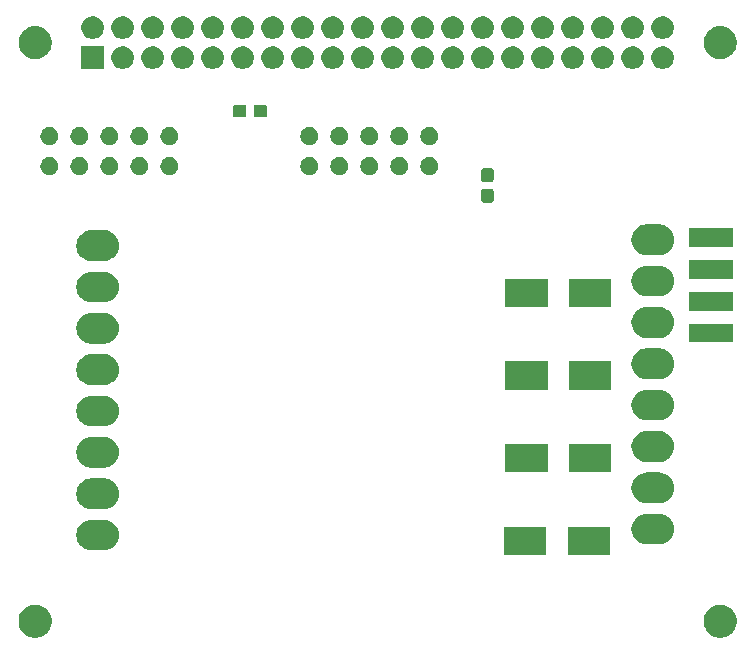
<source format=gbr>
%TF.GenerationSoftware,KiCad,Pcbnew,5.1.6-c6e7f7d~87~ubuntu18.04.1*%
%TF.CreationDate,2022-03-05T00:23:36+01:00*%
%TF.ProjectId,door_if2,646f6f72-5f69-4663-922e-6b696361645f,rev?*%
%TF.SameCoordinates,Original*%
%TF.FileFunction,Soldermask,Bot*%
%TF.FilePolarity,Negative*%
%FSLAX46Y46*%
G04 Gerber Fmt 4.6, Leading zero omitted, Abs format (unit mm)*
G04 Created by KiCad (PCBNEW 5.1.6-c6e7f7d~87~ubuntu18.04.1) date 2022-03-05 00:23:36*
%MOMM*%
%LPD*%
G01*
G04 APERTURE LIST*
%ADD10C,0.100000*%
G04 APERTURE END LIST*
D10*
G36*
X142023434Y-114439894D02*
G01*
X142113658Y-114457840D01*
X142219268Y-114501586D01*
X142368622Y-114563450D01*
X142368623Y-114563451D01*
X142598087Y-114716773D01*
X142793229Y-114911915D01*
X142895676Y-115065238D01*
X142946552Y-115141380D01*
X143052162Y-115396345D01*
X143106001Y-115667013D01*
X143106001Y-115942989D01*
X143052162Y-116213657D01*
X142946552Y-116468622D01*
X142946551Y-116468623D01*
X142793229Y-116698087D01*
X142598087Y-116893229D01*
X142444764Y-116995676D01*
X142368622Y-117046552D01*
X142219268Y-117108416D01*
X142113658Y-117152162D01*
X142023434Y-117170108D01*
X141842989Y-117206001D01*
X141567013Y-117206001D01*
X141386568Y-117170108D01*
X141296344Y-117152162D01*
X141190734Y-117108416D01*
X141041380Y-117046552D01*
X140965238Y-116995676D01*
X140811915Y-116893229D01*
X140616773Y-116698087D01*
X140463451Y-116468623D01*
X140463450Y-116468622D01*
X140357840Y-116213657D01*
X140304001Y-115942989D01*
X140304001Y-115667013D01*
X140357840Y-115396345D01*
X140463450Y-115141380D01*
X140514326Y-115065238D01*
X140616773Y-114911915D01*
X140811915Y-114716773D01*
X141041379Y-114563451D01*
X141041380Y-114563450D01*
X141190734Y-114501586D01*
X141296344Y-114457840D01*
X141386568Y-114439894D01*
X141567013Y-114404001D01*
X141842989Y-114404001D01*
X142023434Y-114439894D01*
G37*
G36*
X84023434Y-114439894D02*
G01*
X84113658Y-114457840D01*
X84219268Y-114501586D01*
X84368622Y-114563450D01*
X84368623Y-114563451D01*
X84598087Y-114716773D01*
X84793229Y-114911915D01*
X84895676Y-115065238D01*
X84946552Y-115141380D01*
X85052162Y-115396345D01*
X85106001Y-115667013D01*
X85106001Y-115942989D01*
X85052162Y-116213657D01*
X84946552Y-116468622D01*
X84946551Y-116468623D01*
X84793229Y-116698087D01*
X84598087Y-116893229D01*
X84444764Y-116995676D01*
X84368622Y-117046552D01*
X84219268Y-117108416D01*
X84113658Y-117152162D01*
X84023434Y-117170108D01*
X83842989Y-117206001D01*
X83567013Y-117206001D01*
X83386568Y-117170108D01*
X83296344Y-117152162D01*
X83190734Y-117108416D01*
X83041380Y-117046552D01*
X82965238Y-116995676D01*
X82811915Y-116893229D01*
X82616773Y-116698087D01*
X82463451Y-116468623D01*
X82463450Y-116468622D01*
X82357840Y-116213657D01*
X82304001Y-115942989D01*
X82304001Y-115667013D01*
X82357840Y-115396345D01*
X82463450Y-115141380D01*
X82514326Y-115065238D01*
X82616773Y-114911915D01*
X82811915Y-114716773D01*
X83041379Y-114563451D01*
X83041380Y-114563450D01*
X83190734Y-114501586D01*
X83296344Y-114457840D01*
X83386568Y-114439894D01*
X83567013Y-114404001D01*
X83842989Y-114404001D01*
X84023434Y-114439894D01*
G37*
G36*
X132401000Y-110201000D02*
G01*
X128799000Y-110201000D01*
X128799000Y-107799000D01*
X132401000Y-107799000D01*
X132401000Y-110201000D01*
G37*
G36*
X127001000Y-110201000D02*
G01*
X123399000Y-110201000D01*
X123399000Y-107799000D01*
X127001000Y-107799000D01*
X127001000Y-110201000D01*
G37*
G36*
X89659472Y-107208412D02*
G01*
X89755040Y-107217825D01*
X90000280Y-107292218D01*
X90226294Y-107413025D01*
X90277899Y-107455376D01*
X90424397Y-107575603D01*
X90544624Y-107722101D01*
X90586975Y-107773706D01*
X90707782Y-107999720D01*
X90782175Y-108244960D01*
X90807294Y-108500000D01*
X90782175Y-108755040D01*
X90707782Y-109000280D01*
X90586975Y-109226294D01*
X90544624Y-109277899D01*
X90424397Y-109424397D01*
X90277899Y-109544624D01*
X90226294Y-109586975D01*
X90000280Y-109707782D01*
X89755040Y-109782175D01*
X89659473Y-109791587D01*
X89563906Y-109801000D01*
X88436094Y-109801000D01*
X88340527Y-109791587D01*
X88244960Y-109782175D01*
X87999720Y-109707782D01*
X87773706Y-109586975D01*
X87722101Y-109544624D01*
X87575603Y-109424397D01*
X87455376Y-109277899D01*
X87413025Y-109226294D01*
X87292218Y-109000280D01*
X87217825Y-108755040D01*
X87192706Y-108500000D01*
X87217825Y-108244960D01*
X87292218Y-107999720D01*
X87413025Y-107773706D01*
X87455376Y-107722101D01*
X87575603Y-107575603D01*
X87722101Y-107455376D01*
X87773706Y-107413025D01*
X87999720Y-107292218D01*
X88244960Y-107217825D01*
X88340528Y-107208412D01*
X88436094Y-107199000D01*
X89563906Y-107199000D01*
X89659472Y-107208412D01*
G37*
G36*
X136659473Y-106708413D02*
G01*
X136755040Y-106717825D01*
X137000280Y-106792218D01*
X137226294Y-106913025D01*
X137277899Y-106955376D01*
X137424397Y-107075603D01*
X137525665Y-107199000D01*
X137586975Y-107273706D01*
X137707782Y-107499720D01*
X137782175Y-107744960D01*
X137807294Y-108000000D01*
X137782175Y-108255040D01*
X137707782Y-108500280D01*
X137586975Y-108726294D01*
X137544624Y-108777899D01*
X137424397Y-108924397D01*
X137277899Y-109044624D01*
X137226294Y-109086975D01*
X137000280Y-109207782D01*
X136755040Y-109282175D01*
X136659472Y-109291588D01*
X136563906Y-109301000D01*
X135436094Y-109301000D01*
X135340528Y-109291588D01*
X135244960Y-109282175D01*
X134999720Y-109207782D01*
X134773706Y-109086975D01*
X134722101Y-109044624D01*
X134575603Y-108924397D01*
X134455376Y-108777899D01*
X134413025Y-108726294D01*
X134292218Y-108500280D01*
X134217825Y-108255040D01*
X134192706Y-108000000D01*
X134217825Y-107744960D01*
X134292218Y-107499720D01*
X134413025Y-107273706D01*
X134474335Y-107199000D01*
X134575603Y-107075603D01*
X134722101Y-106955376D01*
X134773706Y-106913025D01*
X134999720Y-106792218D01*
X135244960Y-106717825D01*
X135340527Y-106708413D01*
X135436094Y-106699000D01*
X136563906Y-106699000D01*
X136659473Y-106708413D01*
G37*
G36*
X89659473Y-103708413D02*
G01*
X89755040Y-103717825D01*
X90000280Y-103792218D01*
X90226294Y-103913025D01*
X90277899Y-103955376D01*
X90424397Y-104075603D01*
X90544624Y-104222101D01*
X90586975Y-104273706D01*
X90707782Y-104499720D01*
X90782175Y-104744960D01*
X90807294Y-105000000D01*
X90782175Y-105255040D01*
X90707782Y-105500280D01*
X90586975Y-105726294D01*
X90544624Y-105777899D01*
X90424397Y-105924397D01*
X90277899Y-106044624D01*
X90226294Y-106086975D01*
X90000280Y-106207782D01*
X89755040Y-106282175D01*
X89659473Y-106291587D01*
X89563906Y-106301000D01*
X88436094Y-106301000D01*
X88340527Y-106291587D01*
X88244960Y-106282175D01*
X87999720Y-106207782D01*
X87773706Y-106086975D01*
X87722101Y-106044624D01*
X87575603Y-105924397D01*
X87455376Y-105777899D01*
X87413025Y-105726294D01*
X87292218Y-105500280D01*
X87217825Y-105255040D01*
X87192706Y-105000000D01*
X87217825Y-104744960D01*
X87292218Y-104499720D01*
X87413025Y-104273706D01*
X87455376Y-104222101D01*
X87575603Y-104075603D01*
X87722101Y-103955376D01*
X87773706Y-103913025D01*
X87999720Y-103792218D01*
X88244960Y-103717825D01*
X88340527Y-103708413D01*
X88436094Y-103699000D01*
X89563906Y-103699000D01*
X89659473Y-103708413D01*
G37*
G36*
X136659473Y-103210833D02*
G01*
X136755040Y-103220245D01*
X137000280Y-103294638D01*
X137226294Y-103415445D01*
X137277899Y-103457796D01*
X137424397Y-103578023D01*
X137523679Y-103699000D01*
X137586975Y-103776126D01*
X137707782Y-104002140D01*
X137782175Y-104247380D01*
X137807294Y-104502420D01*
X137782175Y-104757460D01*
X137707782Y-105002700D01*
X137586975Y-105228714D01*
X137544624Y-105280319D01*
X137424397Y-105426817D01*
X137277899Y-105547044D01*
X137226294Y-105589395D01*
X137000280Y-105710202D01*
X136755040Y-105784595D01*
X136659472Y-105794008D01*
X136563906Y-105803420D01*
X135436094Y-105803420D01*
X135340528Y-105794008D01*
X135244960Y-105784595D01*
X134999720Y-105710202D01*
X134773706Y-105589395D01*
X134722101Y-105547044D01*
X134575603Y-105426817D01*
X134455376Y-105280319D01*
X134413025Y-105228714D01*
X134292218Y-105002700D01*
X134217825Y-104757460D01*
X134192706Y-104502420D01*
X134217825Y-104247380D01*
X134292218Y-104002140D01*
X134413025Y-103776126D01*
X134476321Y-103699000D01*
X134575603Y-103578023D01*
X134722101Y-103457796D01*
X134773706Y-103415445D01*
X134999720Y-103294638D01*
X135244960Y-103220245D01*
X135340527Y-103210833D01*
X135436094Y-103201420D01*
X136563906Y-103201420D01*
X136659473Y-103210833D01*
G37*
G36*
X127101000Y-103201000D02*
G01*
X123499000Y-103201000D01*
X123499000Y-100799000D01*
X127101000Y-100799000D01*
X127101000Y-103201000D01*
G37*
G36*
X132501000Y-103201000D02*
G01*
X128899000Y-103201000D01*
X128899000Y-100799000D01*
X132501000Y-100799000D01*
X132501000Y-103201000D01*
G37*
G36*
X89659473Y-100208413D02*
G01*
X89755040Y-100217825D01*
X90000280Y-100292218D01*
X90226294Y-100413025D01*
X90277899Y-100455376D01*
X90424397Y-100575603D01*
X90544624Y-100722101D01*
X90586975Y-100773706D01*
X90707782Y-100999720D01*
X90782175Y-101244960D01*
X90807294Y-101500000D01*
X90782175Y-101755040D01*
X90707782Y-102000280D01*
X90586975Y-102226294D01*
X90544624Y-102277899D01*
X90424397Y-102424397D01*
X90277899Y-102544624D01*
X90226294Y-102586975D01*
X90000280Y-102707782D01*
X89755040Y-102782175D01*
X89659473Y-102791587D01*
X89563906Y-102801000D01*
X88436094Y-102801000D01*
X88340527Y-102791587D01*
X88244960Y-102782175D01*
X87999720Y-102707782D01*
X87773706Y-102586975D01*
X87722101Y-102544624D01*
X87575603Y-102424397D01*
X87455376Y-102277899D01*
X87413025Y-102226294D01*
X87292218Y-102000280D01*
X87217825Y-101755040D01*
X87192706Y-101500000D01*
X87217825Y-101244960D01*
X87292218Y-100999720D01*
X87413025Y-100773706D01*
X87455376Y-100722101D01*
X87575603Y-100575603D01*
X87722101Y-100455376D01*
X87773706Y-100413025D01*
X87999720Y-100292218D01*
X88244960Y-100217825D01*
X88340527Y-100208413D01*
X88436094Y-100199000D01*
X89563906Y-100199000D01*
X89659473Y-100208413D01*
G37*
G36*
X136659472Y-99710712D02*
G01*
X136755040Y-99720125D01*
X137000280Y-99794518D01*
X137226294Y-99915325D01*
X137277899Y-99957676D01*
X137424397Y-100077903D01*
X137539227Y-100217825D01*
X137586975Y-100276006D01*
X137707782Y-100502020D01*
X137782175Y-100747260D01*
X137807294Y-101002300D01*
X137782175Y-101257340D01*
X137707782Y-101502580D01*
X137586975Y-101728594D01*
X137565272Y-101755039D01*
X137424397Y-101926697D01*
X137277899Y-102046924D01*
X137226294Y-102089275D01*
X137000280Y-102210082D01*
X136755040Y-102284475D01*
X136659473Y-102293887D01*
X136563906Y-102303300D01*
X135436094Y-102303300D01*
X135340528Y-102293888D01*
X135244960Y-102284475D01*
X134999720Y-102210082D01*
X134773706Y-102089275D01*
X134722101Y-102046924D01*
X134575603Y-101926697D01*
X134434728Y-101755039D01*
X134413025Y-101728594D01*
X134292218Y-101502580D01*
X134217825Y-101257340D01*
X134192706Y-101002300D01*
X134217825Y-100747260D01*
X134292218Y-100502020D01*
X134413025Y-100276006D01*
X134460773Y-100217825D01*
X134575603Y-100077903D01*
X134722101Y-99957676D01*
X134773706Y-99915325D01*
X134999720Y-99794518D01*
X135244960Y-99720125D01*
X135340528Y-99710712D01*
X135436094Y-99701300D01*
X136563906Y-99701300D01*
X136659472Y-99710712D01*
G37*
G36*
X89659473Y-96708413D02*
G01*
X89755040Y-96717825D01*
X90000280Y-96792218D01*
X90226294Y-96913025D01*
X90277899Y-96955376D01*
X90424397Y-97075603D01*
X90544624Y-97222101D01*
X90586975Y-97273706D01*
X90707782Y-97499720D01*
X90782175Y-97744960D01*
X90807294Y-98000000D01*
X90782175Y-98255040D01*
X90707782Y-98500280D01*
X90586975Y-98726294D01*
X90544624Y-98777899D01*
X90424397Y-98924397D01*
X90277899Y-99044624D01*
X90226294Y-99086975D01*
X90000280Y-99207782D01*
X89755040Y-99282175D01*
X89659473Y-99291587D01*
X89563906Y-99301000D01*
X88436094Y-99301000D01*
X88340527Y-99291587D01*
X88244960Y-99282175D01*
X87999720Y-99207782D01*
X87773706Y-99086975D01*
X87722101Y-99044624D01*
X87575603Y-98924397D01*
X87455376Y-98777899D01*
X87413025Y-98726294D01*
X87292218Y-98500280D01*
X87217825Y-98255040D01*
X87192706Y-98000000D01*
X87217825Y-97744960D01*
X87292218Y-97499720D01*
X87413025Y-97273706D01*
X87455376Y-97222101D01*
X87575603Y-97075603D01*
X87722101Y-96955376D01*
X87773706Y-96913025D01*
X87999720Y-96792218D01*
X88244960Y-96717825D01*
X88340527Y-96708413D01*
X88436094Y-96699000D01*
X89563906Y-96699000D01*
X89659473Y-96708413D01*
G37*
G36*
X136659473Y-96210593D02*
G01*
X136755040Y-96220005D01*
X137000280Y-96294398D01*
X137226294Y-96415205D01*
X137277899Y-96457556D01*
X137424397Y-96577783D01*
X137523876Y-96699000D01*
X137586975Y-96775886D01*
X137707782Y-97001900D01*
X137782175Y-97247140D01*
X137807294Y-97502180D01*
X137782175Y-97757220D01*
X137707782Y-98002460D01*
X137586975Y-98228474D01*
X137544624Y-98280079D01*
X137424397Y-98426577D01*
X137277899Y-98546804D01*
X137226294Y-98589155D01*
X137000280Y-98709962D01*
X136755040Y-98784355D01*
X136659472Y-98793768D01*
X136563906Y-98803180D01*
X135436094Y-98803180D01*
X135340528Y-98793768D01*
X135244960Y-98784355D01*
X134999720Y-98709962D01*
X134773706Y-98589155D01*
X134722101Y-98546804D01*
X134575603Y-98426577D01*
X134455376Y-98280079D01*
X134413025Y-98228474D01*
X134292218Y-98002460D01*
X134217825Y-97757220D01*
X134192706Y-97502180D01*
X134217825Y-97247140D01*
X134292218Y-97001900D01*
X134413025Y-96775886D01*
X134476124Y-96699000D01*
X134575603Y-96577783D01*
X134722101Y-96457556D01*
X134773706Y-96415205D01*
X134999720Y-96294398D01*
X135244960Y-96220005D01*
X135340528Y-96210592D01*
X135436094Y-96201180D01*
X136563906Y-96201180D01*
X136659473Y-96210593D01*
G37*
G36*
X132501000Y-96201000D02*
G01*
X128899000Y-96201000D01*
X128899000Y-93799000D01*
X132501000Y-93799000D01*
X132501000Y-96201000D01*
G37*
G36*
X127101000Y-96201000D02*
G01*
X123499000Y-96201000D01*
X123499000Y-93799000D01*
X127101000Y-93799000D01*
X127101000Y-96201000D01*
G37*
G36*
X89659472Y-93206232D02*
G01*
X89755040Y-93215645D01*
X90000280Y-93290038D01*
X90226294Y-93410845D01*
X90277899Y-93453196D01*
X90424397Y-93573423D01*
X90544624Y-93719921D01*
X90586975Y-93771526D01*
X90707782Y-93997540D01*
X90782175Y-94242780D01*
X90807294Y-94497820D01*
X90782175Y-94752860D01*
X90707782Y-94998100D01*
X90586975Y-95224114D01*
X90544624Y-95275719D01*
X90424397Y-95422217D01*
X90277899Y-95542444D01*
X90226294Y-95584795D01*
X90000280Y-95705602D01*
X89755040Y-95779995D01*
X89659472Y-95789408D01*
X89563906Y-95798820D01*
X88436094Y-95798820D01*
X88340528Y-95789408D01*
X88244960Y-95779995D01*
X87999720Y-95705602D01*
X87773706Y-95584795D01*
X87722101Y-95542444D01*
X87575603Y-95422217D01*
X87455376Y-95275719D01*
X87413025Y-95224114D01*
X87292218Y-94998100D01*
X87217825Y-94752860D01*
X87192706Y-94497820D01*
X87217825Y-94242780D01*
X87292218Y-93997540D01*
X87413025Y-93771526D01*
X87455376Y-93719921D01*
X87575603Y-93573423D01*
X87722101Y-93453196D01*
X87773706Y-93410845D01*
X87999720Y-93290038D01*
X88244960Y-93215645D01*
X88340528Y-93206232D01*
X88436094Y-93196820D01*
X89563906Y-93196820D01*
X89659472Y-93206232D01*
G37*
G36*
X136659472Y-92708412D02*
G01*
X136755040Y-92717825D01*
X137000280Y-92792218D01*
X137226294Y-92913025D01*
X137277899Y-92955376D01*
X137424397Y-93075603D01*
X137523876Y-93196820D01*
X137586975Y-93273706D01*
X137707782Y-93499720D01*
X137782175Y-93744960D01*
X137807294Y-94000000D01*
X137782175Y-94255040D01*
X137707782Y-94500280D01*
X137586975Y-94726294D01*
X137544624Y-94777899D01*
X137424397Y-94924397D01*
X137277899Y-95044624D01*
X137226294Y-95086975D01*
X137000280Y-95207782D01*
X136755040Y-95282175D01*
X136659472Y-95291588D01*
X136563906Y-95301000D01*
X135436094Y-95301000D01*
X135340528Y-95291588D01*
X135244960Y-95282175D01*
X134999720Y-95207782D01*
X134773706Y-95086975D01*
X134722101Y-95044624D01*
X134575603Y-94924397D01*
X134455376Y-94777899D01*
X134413025Y-94726294D01*
X134292218Y-94500280D01*
X134217825Y-94255040D01*
X134192706Y-94000000D01*
X134217825Y-93744960D01*
X134292218Y-93499720D01*
X134413025Y-93273706D01*
X134476124Y-93196820D01*
X134575603Y-93075603D01*
X134722101Y-92955376D01*
X134773706Y-92913025D01*
X134999720Y-92792218D01*
X135244960Y-92717825D01*
X135340527Y-92708413D01*
X135436094Y-92699000D01*
X136563906Y-92699000D01*
X136659472Y-92708412D01*
G37*
G36*
X89659473Y-89706113D02*
G01*
X89755040Y-89715525D01*
X90000280Y-89789918D01*
X90226294Y-89910725D01*
X90277899Y-89953076D01*
X90424397Y-90073303D01*
X90544624Y-90219801D01*
X90586975Y-90271406D01*
X90707782Y-90497420D01*
X90782175Y-90742660D01*
X90807294Y-90997700D01*
X90782175Y-91252740D01*
X90707782Y-91497980D01*
X90586975Y-91723994D01*
X90544624Y-91775599D01*
X90424397Y-91922097D01*
X90277899Y-92042324D01*
X90226294Y-92084675D01*
X90000280Y-92205482D01*
X89755040Y-92279875D01*
X89659473Y-92289287D01*
X89563906Y-92298700D01*
X88436094Y-92298700D01*
X88340527Y-92289287D01*
X88244960Y-92279875D01*
X87999720Y-92205482D01*
X87773706Y-92084675D01*
X87722101Y-92042324D01*
X87575603Y-91922097D01*
X87455376Y-91775599D01*
X87413025Y-91723994D01*
X87292218Y-91497980D01*
X87217825Y-91252740D01*
X87192706Y-90997700D01*
X87217825Y-90742660D01*
X87292218Y-90497420D01*
X87413025Y-90271406D01*
X87455376Y-90219801D01*
X87575603Y-90073303D01*
X87722101Y-89953076D01*
X87773706Y-89910725D01*
X87999720Y-89789918D01*
X88244960Y-89715525D01*
X88340527Y-89706113D01*
X88436094Y-89696700D01*
X89563906Y-89696700D01*
X89659473Y-89706113D01*
G37*
G36*
X142751000Y-92201000D02*
G01*
X139049000Y-92201000D01*
X139049000Y-90599000D01*
X142751000Y-90599000D01*
X142751000Y-92201000D01*
G37*
G36*
X136584212Y-89201000D02*
G01*
X136755040Y-89217825D01*
X137000280Y-89292218D01*
X137226294Y-89413025D01*
X137277899Y-89455376D01*
X137424397Y-89575603D01*
X137539227Y-89715525D01*
X137586975Y-89773706D01*
X137707782Y-89999720D01*
X137782175Y-90244960D01*
X137807294Y-90500000D01*
X137782175Y-90755040D01*
X137707782Y-91000280D01*
X137586975Y-91226294D01*
X137565272Y-91252739D01*
X137424397Y-91424397D01*
X137277899Y-91544624D01*
X137226294Y-91586975D01*
X137000280Y-91707782D01*
X136755040Y-91782175D01*
X136659472Y-91791588D01*
X136563906Y-91801000D01*
X135436094Y-91801000D01*
X135340528Y-91791588D01*
X135244960Y-91782175D01*
X134999720Y-91707782D01*
X134773706Y-91586975D01*
X134722101Y-91544624D01*
X134575603Y-91424397D01*
X134434728Y-91252739D01*
X134413025Y-91226294D01*
X134292218Y-91000280D01*
X134217825Y-90755040D01*
X134192706Y-90500000D01*
X134217825Y-90244960D01*
X134292218Y-89999720D01*
X134413025Y-89773706D01*
X134460773Y-89715525D01*
X134575603Y-89575603D01*
X134722101Y-89455376D01*
X134773706Y-89413025D01*
X134999720Y-89292218D01*
X135244960Y-89217825D01*
X135415788Y-89201000D01*
X135436094Y-89199000D01*
X136563906Y-89199000D01*
X136584212Y-89201000D01*
G37*
G36*
X142751000Y-89501000D02*
G01*
X139049000Y-89501000D01*
X139049000Y-87899000D01*
X142751000Y-87899000D01*
X142751000Y-89501000D01*
G37*
G36*
X132501000Y-89201000D02*
G01*
X128899000Y-89201000D01*
X128899000Y-86799000D01*
X132501000Y-86799000D01*
X132501000Y-89201000D01*
G37*
G36*
X127101000Y-89201000D02*
G01*
X123499000Y-89201000D01*
X123499000Y-86799000D01*
X127101000Y-86799000D01*
X127101000Y-89201000D01*
G37*
G36*
X89659473Y-86205993D02*
G01*
X89755040Y-86215405D01*
X90000280Y-86289798D01*
X90226294Y-86410605D01*
X90277899Y-86452956D01*
X90424397Y-86573183D01*
X90544624Y-86719681D01*
X90586975Y-86771286D01*
X90707782Y-86997300D01*
X90782175Y-87242540D01*
X90807294Y-87497580D01*
X90782175Y-87752620D01*
X90707782Y-87997860D01*
X90586975Y-88223874D01*
X90544624Y-88275479D01*
X90424397Y-88421977D01*
X90277899Y-88542204D01*
X90226294Y-88584555D01*
X90000280Y-88705362D01*
X89755040Y-88779755D01*
X89659472Y-88789168D01*
X89563906Y-88798580D01*
X88436094Y-88798580D01*
X88340528Y-88789168D01*
X88244960Y-88779755D01*
X87999720Y-88705362D01*
X87773706Y-88584555D01*
X87722101Y-88542204D01*
X87575603Y-88421977D01*
X87455376Y-88275479D01*
X87413025Y-88223874D01*
X87292218Y-87997860D01*
X87217825Y-87752620D01*
X87192706Y-87497580D01*
X87217825Y-87242540D01*
X87292218Y-86997300D01*
X87413025Y-86771286D01*
X87455376Y-86719681D01*
X87575603Y-86573183D01*
X87722101Y-86452956D01*
X87773706Y-86410605D01*
X87999720Y-86289798D01*
X88244960Y-86215405D01*
X88340527Y-86205993D01*
X88436094Y-86196580D01*
X89563906Y-86196580D01*
X89659473Y-86205993D01*
G37*
G36*
X136659472Y-85708412D02*
G01*
X136755040Y-85717825D01*
X137000280Y-85792218D01*
X137226294Y-85913025D01*
X137277899Y-85955376D01*
X137424397Y-86075603D01*
X137523679Y-86196580D01*
X137586975Y-86273706D01*
X137707782Y-86499720D01*
X137782175Y-86744960D01*
X137807294Y-87000000D01*
X137782175Y-87255040D01*
X137707782Y-87500280D01*
X137586975Y-87726294D01*
X137544624Y-87777899D01*
X137424397Y-87924397D01*
X137277899Y-88044624D01*
X137226294Y-88086975D01*
X137000280Y-88207782D01*
X136755040Y-88282175D01*
X136659472Y-88291588D01*
X136563906Y-88301000D01*
X135436094Y-88301000D01*
X135340528Y-88291588D01*
X135244960Y-88282175D01*
X134999720Y-88207782D01*
X134773706Y-88086975D01*
X134722101Y-88044624D01*
X134575603Y-87924397D01*
X134455376Y-87777899D01*
X134413025Y-87726294D01*
X134292218Y-87500280D01*
X134217825Y-87255040D01*
X134192706Y-87000000D01*
X134217825Y-86744960D01*
X134292218Y-86499720D01*
X134413025Y-86273706D01*
X134476321Y-86196580D01*
X134575603Y-86075603D01*
X134722101Y-85955376D01*
X134773706Y-85913025D01*
X134999720Y-85792218D01*
X135244960Y-85717825D01*
X135340528Y-85708412D01*
X135436094Y-85699000D01*
X136563906Y-85699000D01*
X136659472Y-85708412D01*
G37*
G36*
X142751000Y-86801000D02*
G01*
X139049000Y-86801000D01*
X139049000Y-85199000D01*
X142751000Y-85199000D01*
X142751000Y-86801000D01*
G37*
G36*
X89659473Y-82708413D02*
G01*
X89755040Y-82717825D01*
X90000280Y-82792218D01*
X90226294Y-82913025D01*
X90277899Y-82955376D01*
X90424397Y-83075603D01*
X90544624Y-83222101D01*
X90586975Y-83273706D01*
X90707782Y-83499720D01*
X90782175Y-83744960D01*
X90807294Y-84000000D01*
X90782175Y-84255040D01*
X90707782Y-84500280D01*
X90586975Y-84726294D01*
X90544624Y-84777899D01*
X90424397Y-84924397D01*
X90277899Y-85044624D01*
X90226294Y-85086975D01*
X90000280Y-85207782D01*
X89755040Y-85282175D01*
X89659472Y-85291588D01*
X89563906Y-85301000D01*
X88436094Y-85301000D01*
X88340528Y-85291588D01*
X88244960Y-85282175D01*
X87999720Y-85207782D01*
X87773706Y-85086975D01*
X87722101Y-85044624D01*
X87575603Y-84924397D01*
X87455376Y-84777899D01*
X87413025Y-84726294D01*
X87292218Y-84500280D01*
X87217825Y-84255040D01*
X87192706Y-84000000D01*
X87217825Y-83744960D01*
X87292218Y-83499720D01*
X87413025Y-83273706D01*
X87455376Y-83222101D01*
X87575603Y-83075603D01*
X87722101Y-82955376D01*
X87773706Y-82913025D01*
X87999720Y-82792218D01*
X88244960Y-82717825D01*
X88340527Y-82708413D01*
X88436094Y-82699000D01*
X89563906Y-82699000D01*
X89659473Y-82708413D01*
G37*
G36*
X136659472Y-82208412D02*
G01*
X136755040Y-82217825D01*
X137000280Y-82292218D01*
X137226294Y-82413025D01*
X137277899Y-82455376D01*
X137424397Y-82575603D01*
X137525665Y-82699000D01*
X137586975Y-82773706D01*
X137707782Y-82999720D01*
X137782175Y-83244960D01*
X137807294Y-83500000D01*
X137782175Y-83755040D01*
X137707782Y-84000280D01*
X137586975Y-84226294D01*
X137544624Y-84277899D01*
X137424397Y-84424397D01*
X137277899Y-84544624D01*
X137226294Y-84586975D01*
X137000280Y-84707782D01*
X136755040Y-84782175D01*
X136659472Y-84791588D01*
X136563906Y-84801000D01*
X135436094Y-84801000D01*
X135340528Y-84791588D01*
X135244960Y-84782175D01*
X134999720Y-84707782D01*
X134773706Y-84586975D01*
X134722101Y-84544624D01*
X134575603Y-84424397D01*
X134455376Y-84277899D01*
X134413025Y-84226294D01*
X134292218Y-84000280D01*
X134217825Y-83755040D01*
X134192706Y-83500000D01*
X134217825Y-83244960D01*
X134292218Y-82999720D01*
X134413025Y-82773706D01*
X134474335Y-82699000D01*
X134575603Y-82575603D01*
X134722101Y-82455376D01*
X134773706Y-82413025D01*
X134999720Y-82292218D01*
X135244960Y-82217825D01*
X135340528Y-82208412D01*
X135436094Y-82199000D01*
X136563906Y-82199000D01*
X136659472Y-82208412D01*
G37*
G36*
X142751000Y-84101000D02*
G01*
X139049000Y-84101000D01*
X139049000Y-82499000D01*
X142751000Y-82499000D01*
X142751000Y-84101000D01*
G37*
G36*
X122364499Y-79203445D02*
G01*
X122401995Y-79214820D01*
X122436554Y-79233292D01*
X122466847Y-79258153D01*
X122491708Y-79288446D01*
X122510180Y-79323005D01*
X122521555Y-79360501D01*
X122526000Y-79405638D01*
X122526000Y-80144362D01*
X122521555Y-80189499D01*
X122510180Y-80226995D01*
X122491708Y-80261554D01*
X122466847Y-80291847D01*
X122436554Y-80316708D01*
X122401995Y-80335180D01*
X122364499Y-80346555D01*
X122319362Y-80351000D01*
X121680638Y-80351000D01*
X121635501Y-80346555D01*
X121598005Y-80335180D01*
X121563446Y-80316708D01*
X121533153Y-80291847D01*
X121508292Y-80261554D01*
X121489820Y-80226995D01*
X121478445Y-80189499D01*
X121474000Y-80144362D01*
X121474000Y-79405638D01*
X121478445Y-79360501D01*
X121489820Y-79323005D01*
X121508292Y-79288446D01*
X121533153Y-79258153D01*
X121563446Y-79233292D01*
X121598005Y-79214820D01*
X121635501Y-79203445D01*
X121680638Y-79199000D01*
X122319362Y-79199000D01*
X122364499Y-79203445D01*
G37*
G36*
X122364499Y-77453445D02*
G01*
X122401995Y-77464820D01*
X122436554Y-77483292D01*
X122466847Y-77508153D01*
X122491708Y-77538446D01*
X122510180Y-77573005D01*
X122521555Y-77610501D01*
X122526000Y-77655638D01*
X122526000Y-78394362D01*
X122521555Y-78439499D01*
X122510180Y-78476995D01*
X122491708Y-78511554D01*
X122466847Y-78541847D01*
X122436554Y-78566708D01*
X122401995Y-78585180D01*
X122364499Y-78596555D01*
X122319362Y-78601000D01*
X121680638Y-78601000D01*
X121635501Y-78596555D01*
X121598005Y-78585180D01*
X121563446Y-78566708D01*
X121533153Y-78541847D01*
X121508292Y-78511554D01*
X121489820Y-78476995D01*
X121478445Y-78439499D01*
X121474000Y-78394362D01*
X121474000Y-77655638D01*
X121478445Y-77610501D01*
X121489820Y-77573005D01*
X121508292Y-77538446D01*
X121533153Y-77508153D01*
X121563446Y-77483292D01*
X121598005Y-77464820D01*
X121635501Y-77453445D01*
X121680638Y-77449000D01*
X122319362Y-77449000D01*
X122364499Y-77453445D01*
G37*
G36*
X112222325Y-76537090D02*
G01*
X112361038Y-76594547D01*
X112485872Y-76677958D01*
X112592042Y-76784128D01*
X112675453Y-76908962D01*
X112732910Y-77047675D01*
X112762200Y-77194929D01*
X112762200Y-77345071D01*
X112732910Y-77492325D01*
X112675453Y-77631038D01*
X112592042Y-77755872D01*
X112485872Y-77862042D01*
X112361038Y-77945453D01*
X112222325Y-78002910D01*
X112075071Y-78032200D01*
X111924929Y-78032200D01*
X111777675Y-78002910D01*
X111638962Y-77945453D01*
X111514128Y-77862042D01*
X111407958Y-77755872D01*
X111324547Y-77631038D01*
X111267090Y-77492325D01*
X111237800Y-77345071D01*
X111237800Y-77194929D01*
X111267090Y-77047675D01*
X111324547Y-76908962D01*
X111407958Y-76784128D01*
X111514128Y-76677958D01*
X111638962Y-76594547D01*
X111777675Y-76537090D01*
X111924929Y-76507800D01*
X112075071Y-76507800D01*
X112222325Y-76537090D01*
G37*
G36*
X87682325Y-76537090D02*
G01*
X87821038Y-76594547D01*
X87945872Y-76677958D01*
X88052042Y-76784128D01*
X88135453Y-76908962D01*
X88192910Y-77047675D01*
X88222200Y-77194929D01*
X88222200Y-77345071D01*
X88192910Y-77492325D01*
X88135453Y-77631038D01*
X88052042Y-77755872D01*
X87945872Y-77862042D01*
X87821038Y-77945453D01*
X87682325Y-78002910D01*
X87535071Y-78032200D01*
X87384929Y-78032200D01*
X87237675Y-78002910D01*
X87098962Y-77945453D01*
X86974128Y-77862042D01*
X86867958Y-77755872D01*
X86784547Y-77631038D01*
X86727090Y-77492325D01*
X86697800Y-77345071D01*
X86697800Y-77194929D01*
X86727090Y-77047675D01*
X86784547Y-76908962D01*
X86867958Y-76784128D01*
X86974128Y-76677958D01*
X87098962Y-76594547D01*
X87237675Y-76537090D01*
X87384929Y-76507800D01*
X87535071Y-76507800D01*
X87682325Y-76537090D01*
G37*
G36*
X90222325Y-76537090D02*
G01*
X90361038Y-76594547D01*
X90485872Y-76677958D01*
X90592042Y-76784128D01*
X90675453Y-76908962D01*
X90732910Y-77047675D01*
X90762200Y-77194929D01*
X90762200Y-77345071D01*
X90732910Y-77492325D01*
X90675453Y-77631038D01*
X90592042Y-77755872D01*
X90485872Y-77862042D01*
X90361038Y-77945453D01*
X90222325Y-78002910D01*
X90075071Y-78032200D01*
X89924929Y-78032200D01*
X89777675Y-78002910D01*
X89638962Y-77945453D01*
X89514128Y-77862042D01*
X89407958Y-77755872D01*
X89324547Y-77631038D01*
X89267090Y-77492325D01*
X89237800Y-77345071D01*
X89237800Y-77194929D01*
X89267090Y-77047675D01*
X89324547Y-76908962D01*
X89407958Y-76784128D01*
X89514128Y-76677958D01*
X89638962Y-76594547D01*
X89777675Y-76537090D01*
X89924929Y-76507800D01*
X90075071Y-76507800D01*
X90222325Y-76537090D01*
G37*
G36*
X107142325Y-76537090D02*
G01*
X107281038Y-76594547D01*
X107405872Y-76677958D01*
X107512042Y-76784128D01*
X107595453Y-76908962D01*
X107652910Y-77047675D01*
X107682200Y-77194929D01*
X107682200Y-77345071D01*
X107652910Y-77492325D01*
X107595453Y-77631038D01*
X107512042Y-77755872D01*
X107405872Y-77862042D01*
X107281038Y-77945453D01*
X107142325Y-78002910D01*
X106995071Y-78032200D01*
X106844929Y-78032200D01*
X106697675Y-78002910D01*
X106558962Y-77945453D01*
X106434128Y-77862042D01*
X106327958Y-77755872D01*
X106244547Y-77631038D01*
X106187090Y-77492325D01*
X106157800Y-77345071D01*
X106157800Y-77194929D01*
X106187090Y-77047675D01*
X106244547Y-76908962D01*
X106327958Y-76784128D01*
X106434128Y-76677958D01*
X106558962Y-76594547D01*
X106697675Y-76537090D01*
X106844929Y-76507800D01*
X106995071Y-76507800D01*
X107142325Y-76537090D01*
G37*
G36*
X92762325Y-76537090D02*
G01*
X92901038Y-76594547D01*
X93025872Y-76677958D01*
X93132042Y-76784128D01*
X93215453Y-76908962D01*
X93272910Y-77047675D01*
X93302200Y-77194929D01*
X93302200Y-77345071D01*
X93272910Y-77492325D01*
X93215453Y-77631038D01*
X93132042Y-77755872D01*
X93025872Y-77862042D01*
X92901038Y-77945453D01*
X92762325Y-78002910D01*
X92615071Y-78032200D01*
X92464929Y-78032200D01*
X92317675Y-78002910D01*
X92178962Y-77945453D01*
X92054128Y-77862042D01*
X91947958Y-77755872D01*
X91864547Y-77631038D01*
X91807090Y-77492325D01*
X91777800Y-77345071D01*
X91777800Y-77194929D01*
X91807090Y-77047675D01*
X91864547Y-76908962D01*
X91947958Y-76784128D01*
X92054128Y-76677958D01*
X92178962Y-76594547D01*
X92317675Y-76537090D01*
X92464929Y-76507800D01*
X92615071Y-76507800D01*
X92762325Y-76537090D01*
G37*
G36*
X109682325Y-76537090D02*
G01*
X109821038Y-76594547D01*
X109945872Y-76677958D01*
X110052042Y-76784128D01*
X110135453Y-76908962D01*
X110192910Y-77047675D01*
X110222200Y-77194929D01*
X110222200Y-77345071D01*
X110192910Y-77492325D01*
X110135453Y-77631038D01*
X110052042Y-77755872D01*
X109945872Y-77862042D01*
X109821038Y-77945453D01*
X109682325Y-78002910D01*
X109535071Y-78032200D01*
X109384929Y-78032200D01*
X109237675Y-78002910D01*
X109098962Y-77945453D01*
X108974128Y-77862042D01*
X108867958Y-77755872D01*
X108784547Y-77631038D01*
X108727090Y-77492325D01*
X108697800Y-77345071D01*
X108697800Y-77194929D01*
X108727090Y-77047675D01*
X108784547Y-76908962D01*
X108867958Y-76784128D01*
X108974128Y-76677958D01*
X109098962Y-76594547D01*
X109237675Y-76537090D01*
X109384929Y-76507800D01*
X109535071Y-76507800D01*
X109682325Y-76537090D01*
G37*
G36*
X117302325Y-76537090D02*
G01*
X117441038Y-76594547D01*
X117565872Y-76677958D01*
X117672042Y-76784128D01*
X117755453Y-76908962D01*
X117812910Y-77047675D01*
X117842200Y-77194929D01*
X117842200Y-77345071D01*
X117812910Y-77492325D01*
X117755453Y-77631038D01*
X117672042Y-77755872D01*
X117565872Y-77862042D01*
X117441038Y-77945453D01*
X117302325Y-78002910D01*
X117155071Y-78032200D01*
X117004929Y-78032200D01*
X116857675Y-78002910D01*
X116718962Y-77945453D01*
X116594128Y-77862042D01*
X116487958Y-77755872D01*
X116404547Y-77631038D01*
X116347090Y-77492325D01*
X116317800Y-77345071D01*
X116317800Y-77194929D01*
X116347090Y-77047675D01*
X116404547Y-76908962D01*
X116487958Y-76784128D01*
X116594128Y-76677958D01*
X116718962Y-76594547D01*
X116857675Y-76537090D01*
X117004929Y-76507800D01*
X117155071Y-76507800D01*
X117302325Y-76537090D01*
G37*
G36*
X95302325Y-76537090D02*
G01*
X95441038Y-76594547D01*
X95565872Y-76677958D01*
X95672042Y-76784128D01*
X95755453Y-76908962D01*
X95812910Y-77047675D01*
X95842200Y-77194929D01*
X95842200Y-77345071D01*
X95812910Y-77492325D01*
X95755453Y-77631038D01*
X95672042Y-77755872D01*
X95565872Y-77862042D01*
X95441038Y-77945453D01*
X95302325Y-78002910D01*
X95155071Y-78032200D01*
X95004929Y-78032200D01*
X94857675Y-78002910D01*
X94718962Y-77945453D01*
X94594128Y-77862042D01*
X94487958Y-77755872D01*
X94404547Y-77631038D01*
X94347090Y-77492325D01*
X94317800Y-77345071D01*
X94317800Y-77194929D01*
X94347090Y-77047675D01*
X94404547Y-76908962D01*
X94487958Y-76784128D01*
X94594128Y-76677958D01*
X94718962Y-76594547D01*
X94857675Y-76537090D01*
X95004929Y-76507800D01*
X95155071Y-76507800D01*
X95302325Y-76537090D01*
G37*
G36*
X114762325Y-76537090D02*
G01*
X114901038Y-76594547D01*
X115025872Y-76677958D01*
X115132042Y-76784128D01*
X115215453Y-76908962D01*
X115272910Y-77047675D01*
X115302200Y-77194929D01*
X115302200Y-77345071D01*
X115272910Y-77492325D01*
X115215453Y-77631038D01*
X115132042Y-77755872D01*
X115025872Y-77862042D01*
X114901038Y-77945453D01*
X114762325Y-78002910D01*
X114615071Y-78032200D01*
X114464929Y-78032200D01*
X114317675Y-78002910D01*
X114178962Y-77945453D01*
X114054128Y-77862042D01*
X113947958Y-77755872D01*
X113864547Y-77631038D01*
X113807090Y-77492325D01*
X113777800Y-77345071D01*
X113777800Y-77194929D01*
X113807090Y-77047675D01*
X113864547Y-76908962D01*
X113947958Y-76784128D01*
X114054128Y-76677958D01*
X114178962Y-76594547D01*
X114317675Y-76537090D01*
X114464929Y-76507800D01*
X114615071Y-76507800D01*
X114762325Y-76537090D01*
G37*
G36*
X85142325Y-76537090D02*
G01*
X85281038Y-76594547D01*
X85405872Y-76677958D01*
X85512042Y-76784128D01*
X85595453Y-76908962D01*
X85652910Y-77047675D01*
X85682200Y-77194929D01*
X85682200Y-77345071D01*
X85652910Y-77492325D01*
X85595453Y-77631038D01*
X85512042Y-77755872D01*
X85405872Y-77862042D01*
X85281038Y-77945453D01*
X85142325Y-78002910D01*
X84995071Y-78032200D01*
X84844929Y-78032200D01*
X84697675Y-78002910D01*
X84558962Y-77945453D01*
X84434128Y-77862042D01*
X84327958Y-77755872D01*
X84244547Y-77631038D01*
X84187090Y-77492325D01*
X84157800Y-77345071D01*
X84157800Y-77194929D01*
X84187090Y-77047675D01*
X84244547Y-76908962D01*
X84327958Y-76784128D01*
X84434128Y-76677958D01*
X84558962Y-76594547D01*
X84697675Y-76537090D01*
X84844929Y-76507800D01*
X84995071Y-76507800D01*
X85142325Y-76537090D01*
G37*
G36*
X117302325Y-73997090D02*
G01*
X117441038Y-74054547D01*
X117565872Y-74137958D01*
X117672042Y-74244128D01*
X117755453Y-74368962D01*
X117812910Y-74507675D01*
X117842200Y-74654929D01*
X117842200Y-74805071D01*
X117812910Y-74952325D01*
X117755453Y-75091038D01*
X117672042Y-75215872D01*
X117565872Y-75322042D01*
X117441038Y-75405453D01*
X117302325Y-75462910D01*
X117155071Y-75492200D01*
X117004929Y-75492200D01*
X116857675Y-75462910D01*
X116718962Y-75405453D01*
X116594128Y-75322042D01*
X116487958Y-75215872D01*
X116404547Y-75091038D01*
X116347090Y-74952325D01*
X116317800Y-74805071D01*
X116317800Y-74654929D01*
X116347090Y-74507675D01*
X116404547Y-74368962D01*
X116487958Y-74244128D01*
X116594128Y-74137958D01*
X116718962Y-74054547D01*
X116857675Y-73997090D01*
X117004929Y-73967800D01*
X117155071Y-73967800D01*
X117302325Y-73997090D01*
G37*
G36*
X109682325Y-73997090D02*
G01*
X109821038Y-74054547D01*
X109945872Y-74137958D01*
X110052042Y-74244128D01*
X110135453Y-74368962D01*
X110192910Y-74507675D01*
X110222200Y-74654929D01*
X110222200Y-74805071D01*
X110192910Y-74952325D01*
X110135453Y-75091038D01*
X110052042Y-75215872D01*
X109945872Y-75322042D01*
X109821038Y-75405453D01*
X109682325Y-75462910D01*
X109535071Y-75492200D01*
X109384929Y-75492200D01*
X109237675Y-75462910D01*
X109098962Y-75405453D01*
X108974128Y-75322042D01*
X108867958Y-75215872D01*
X108784547Y-75091038D01*
X108727090Y-74952325D01*
X108697800Y-74805071D01*
X108697800Y-74654929D01*
X108727090Y-74507675D01*
X108784547Y-74368962D01*
X108867958Y-74244128D01*
X108974128Y-74137958D01*
X109098962Y-74054547D01*
X109237675Y-73997090D01*
X109384929Y-73967800D01*
X109535071Y-73967800D01*
X109682325Y-73997090D01*
G37*
G36*
X112222325Y-73997090D02*
G01*
X112361038Y-74054547D01*
X112485872Y-74137958D01*
X112592042Y-74244128D01*
X112675453Y-74368962D01*
X112732910Y-74507675D01*
X112762200Y-74654929D01*
X112762200Y-74805071D01*
X112732910Y-74952325D01*
X112675453Y-75091038D01*
X112592042Y-75215872D01*
X112485872Y-75322042D01*
X112361038Y-75405453D01*
X112222325Y-75462910D01*
X112075071Y-75492200D01*
X111924929Y-75492200D01*
X111777675Y-75462910D01*
X111638962Y-75405453D01*
X111514128Y-75322042D01*
X111407958Y-75215872D01*
X111324547Y-75091038D01*
X111267090Y-74952325D01*
X111237800Y-74805071D01*
X111237800Y-74654929D01*
X111267090Y-74507675D01*
X111324547Y-74368962D01*
X111407958Y-74244128D01*
X111514128Y-74137958D01*
X111638962Y-74054547D01*
X111777675Y-73997090D01*
X111924929Y-73967800D01*
X112075071Y-73967800D01*
X112222325Y-73997090D01*
G37*
G36*
X114762325Y-73997090D02*
G01*
X114901038Y-74054547D01*
X115025872Y-74137958D01*
X115132042Y-74244128D01*
X115215453Y-74368962D01*
X115272910Y-74507675D01*
X115302200Y-74654929D01*
X115302200Y-74805071D01*
X115272910Y-74952325D01*
X115215453Y-75091038D01*
X115132042Y-75215872D01*
X115025872Y-75322042D01*
X114901038Y-75405453D01*
X114762325Y-75462910D01*
X114615071Y-75492200D01*
X114464929Y-75492200D01*
X114317675Y-75462910D01*
X114178962Y-75405453D01*
X114054128Y-75322042D01*
X113947958Y-75215872D01*
X113864547Y-75091038D01*
X113807090Y-74952325D01*
X113777800Y-74805071D01*
X113777800Y-74654929D01*
X113807090Y-74507675D01*
X113864547Y-74368962D01*
X113947958Y-74244128D01*
X114054128Y-74137958D01*
X114178962Y-74054547D01*
X114317675Y-73997090D01*
X114464929Y-73967800D01*
X114615071Y-73967800D01*
X114762325Y-73997090D01*
G37*
G36*
X107142325Y-73997090D02*
G01*
X107281038Y-74054547D01*
X107405872Y-74137958D01*
X107512042Y-74244128D01*
X107595453Y-74368962D01*
X107652910Y-74507675D01*
X107682200Y-74654929D01*
X107682200Y-74805071D01*
X107652910Y-74952325D01*
X107595453Y-75091038D01*
X107512042Y-75215872D01*
X107405872Y-75322042D01*
X107281038Y-75405453D01*
X107142325Y-75462910D01*
X106995071Y-75492200D01*
X106844929Y-75492200D01*
X106697675Y-75462910D01*
X106558962Y-75405453D01*
X106434128Y-75322042D01*
X106327958Y-75215872D01*
X106244547Y-75091038D01*
X106187090Y-74952325D01*
X106157800Y-74805071D01*
X106157800Y-74654929D01*
X106187090Y-74507675D01*
X106244547Y-74368962D01*
X106327958Y-74244128D01*
X106434128Y-74137958D01*
X106558962Y-74054547D01*
X106697675Y-73997090D01*
X106844929Y-73967800D01*
X106995071Y-73967800D01*
X107142325Y-73997090D01*
G37*
G36*
X92762325Y-73997090D02*
G01*
X92901038Y-74054547D01*
X93025872Y-74137958D01*
X93132042Y-74244128D01*
X93215453Y-74368962D01*
X93272910Y-74507675D01*
X93302200Y-74654929D01*
X93302200Y-74805071D01*
X93272910Y-74952325D01*
X93215453Y-75091038D01*
X93132042Y-75215872D01*
X93025872Y-75322042D01*
X92901038Y-75405453D01*
X92762325Y-75462910D01*
X92615071Y-75492200D01*
X92464929Y-75492200D01*
X92317675Y-75462910D01*
X92178962Y-75405453D01*
X92054128Y-75322042D01*
X91947958Y-75215872D01*
X91864547Y-75091038D01*
X91807090Y-74952325D01*
X91777800Y-74805071D01*
X91777800Y-74654929D01*
X91807090Y-74507675D01*
X91864547Y-74368962D01*
X91947958Y-74244128D01*
X92054128Y-74137958D01*
X92178962Y-74054547D01*
X92317675Y-73997090D01*
X92464929Y-73967800D01*
X92615071Y-73967800D01*
X92762325Y-73997090D01*
G37*
G36*
X85142325Y-73997090D02*
G01*
X85281038Y-74054547D01*
X85405872Y-74137958D01*
X85512042Y-74244128D01*
X85595453Y-74368962D01*
X85652910Y-74507675D01*
X85682200Y-74654929D01*
X85682200Y-74805071D01*
X85652910Y-74952325D01*
X85595453Y-75091038D01*
X85512042Y-75215872D01*
X85405872Y-75322042D01*
X85281038Y-75405453D01*
X85142325Y-75462910D01*
X84995071Y-75492200D01*
X84844929Y-75492200D01*
X84697675Y-75462910D01*
X84558962Y-75405453D01*
X84434128Y-75322042D01*
X84327958Y-75215872D01*
X84244547Y-75091038D01*
X84187090Y-74952325D01*
X84157800Y-74805071D01*
X84157800Y-74654929D01*
X84187090Y-74507675D01*
X84244547Y-74368962D01*
X84327958Y-74244128D01*
X84434128Y-74137958D01*
X84558962Y-74054547D01*
X84697675Y-73997090D01*
X84844929Y-73967800D01*
X84995071Y-73967800D01*
X85142325Y-73997090D01*
G37*
G36*
X87682325Y-73997090D02*
G01*
X87821038Y-74054547D01*
X87945872Y-74137958D01*
X88052042Y-74244128D01*
X88135453Y-74368962D01*
X88192910Y-74507675D01*
X88222200Y-74654929D01*
X88222200Y-74805071D01*
X88192910Y-74952325D01*
X88135453Y-75091038D01*
X88052042Y-75215872D01*
X87945872Y-75322042D01*
X87821038Y-75405453D01*
X87682325Y-75462910D01*
X87535071Y-75492200D01*
X87384929Y-75492200D01*
X87237675Y-75462910D01*
X87098962Y-75405453D01*
X86974128Y-75322042D01*
X86867958Y-75215872D01*
X86784547Y-75091038D01*
X86727090Y-74952325D01*
X86697800Y-74805071D01*
X86697800Y-74654929D01*
X86727090Y-74507675D01*
X86784547Y-74368962D01*
X86867958Y-74244128D01*
X86974128Y-74137958D01*
X87098962Y-74054547D01*
X87237675Y-73997090D01*
X87384929Y-73967800D01*
X87535071Y-73967800D01*
X87682325Y-73997090D01*
G37*
G36*
X90222325Y-73997090D02*
G01*
X90361038Y-74054547D01*
X90485872Y-74137958D01*
X90592042Y-74244128D01*
X90675453Y-74368962D01*
X90732910Y-74507675D01*
X90762200Y-74654929D01*
X90762200Y-74805071D01*
X90732910Y-74952325D01*
X90675453Y-75091038D01*
X90592042Y-75215872D01*
X90485872Y-75322042D01*
X90361038Y-75405453D01*
X90222325Y-75462910D01*
X90075071Y-75492200D01*
X89924929Y-75492200D01*
X89777675Y-75462910D01*
X89638962Y-75405453D01*
X89514128Y-75322042D01*
X89407958Y-75215872D01*
X89324547Y-75091038D01*
X89267090Y-74952325D01*
X89237800Y-74805071D01*
X89237800Y-74654929D01*
X89267090Y-74507675D01*
X89324547Y-74368962D01*
X89407958Y-74244128D01*
X89514128Y-74137958D01*
X89638962Y-74054547D01*
X89777675Y-73997090D01*
X89924929Y-73967800D01*
X90075071Y-73967800D01*
X90222325Y-73997090D01*
G37*
G36*
X95302325Y-73997090D02*
G01*
X95441038Y-74054547D01*
X95565872Y-74137958D01*
X95672042Y-74244128D01*
X95755453Y-74368962D01*
X95812910Y-74507675D01*
X95842200Y-74654929D01*
X95842200Y-74805071D01*
X95812910Y-74952325D01*
X95755453Y-75091038D01*
X95672042Y-75215872D01*
X95565872Y-75322042D01*
X95441038Y-75405453D01*
X95302325Y-75462910D01*
X95155071Y-75492200D01*
X95004929Y-75492200D01*
X94857675Y-75462910D01*
X94718962Y-75405453D01*
X94594128Y-75322042D01*
X94487958Y-75215872D01*
X94404547Y-75091038D01*
X94347090Y-74952325D01*
X94317800Y-74805071D01*
X94317800Y-74654929D01*
X94347090Y-74507675D01*
X94404547Y-74368962D01*
X94487958Y-74244128D01*
X94594128Y-74137958D01*
X94718962Y-74054547D01*
X94857675Y-73997090D01*
X95004929Y-73967800D01*
X95155071Y-73967800D01*
X95302325Y-73997090D01*
G37*
G36*
X101439499Y-72078445D02*
G01*
X101476995Y-72089820D01*
X101511554Y-72108292D01*
X101541847Y-72133153D01*
X101566708Y-72163446D01*
X101585180Y-72198005D01*
X101596555Y-72235501D01*
X101601000Y-72280638D01*
X101601000Y-72919362D01*
X101596555Y-72964499D01*
X101585180Y-73001995D01*
X101566708Y-73036554D01*
X101541847Y-73066847D01*
X101511554Y-73091708D01*
X101476995Y-73110180D01*
X101439499Y-73121555D01*
X101394362Y-73126000D01*
X100655638Y-73126000D01*
X100610501Y-73121555D01*
X100573005Y-73110180D01*
X100538446Y-73091708D01*
X100508153Y-73066847D01*
X100483292Y-73036554D01*
X100464820Y-73001995D01*
X100453445Y-72964499D01*
X100449000Y-72919362D01*
X100449000Y-72280638D01*
X100453445Y-72235501D01*
X100464820Y-72198005D01*
X100483292Y-72163446D01*
X100508153Y-72133153D01*
X100538446Y-72108292D01*
X100573005Y-72089820D01*
X100610501Y-72078445D01*
X100655638Y-72074000D01*
X101394362Y-72074000D01*
X101439499Y-72078445D01*
G37*
G36*
X103189499Y-72078445D02*
G01*
X103226995Y-72089820D01*
X103261554Y-72108292D01*
X103291847Y-72133153D01*
X103316708Y-72163446D01*
X103335180Y-72198005D01*
X103346555Y-72235501D01*
X103351000Y-72280638D01*
X103351000Y-72919362D01*
X103346555Y-72964499D01*
X103335180Y-73001995D01*
X103316708Y-73036554D01*
X103291847Y-73066847D01*
X103261554Y-73091708D01*
X103226995Y-73110180D01*
X103189499Y-73121555D01*
X103144362Y-73126000D01*
X102405638Y-73126000D01*
X102360501Y-73121555D01*
X102323005Y-73110180D01*
X102288446Y-73091708D01*
X102258153Y-73066847D01*
X102233292Y-73036554D01*
X102214820Y-73001995D01*
X102203445Y-72964499D01*
X102199000Y-72919362D01*
X102199000Y-72280638D01*
X102203445Y-72235501D01*
X102214820Y-72198005D01*
X102233292Y-72163446D01*
X102258153Y-72133153D01*
X102288446Y-72108292D01*
X102323005Y-72089820D01*
X102360501Y-72078445D01*
X102405638Y-72074000D01*
X103144362Y-72074000D01*
X103189499Y-72078445D01*
G37*
G36*
X96472396Y-67160547D02*
G01*
X96645467Y-67232235D01*
X96645468Y-67232236D01*
X96801228Y-67336311D01*
X96933691Y-67468774D01*
X96933692Y-67468776D01*
X97037767Y-67624535D01*
X97109455Y-67797606D01*
X97146001Y-67981334D01*
X97146001Y-68168668D01*
X97109455Y-68352396D01*
X97037767Y-68525467D01*
X97037766Y-68525468D01*
X96933691Y-68681228D01*
X96801228Y-68813691D01*
X96722819Y-68866082D01*
X96645467Y-68917767D01*
X96472396Y-68989455D01*
X96288668Y-69026001D01*
X96101334Y-69026001D01*
X95917606Y-68989455D01*
X95744535Y-68917767D01*
X95667183Y-68866082D01*
X95588774Y-68813691D01*
X95456311Y-68681228D01*
X95352236Y-68525468D01*
X95352235Y-68525467D01*
X95280547Y-68352396D01*
X95244001Y-68168668D01*
X95244001Y-67981334D01*
X95280547Y-67797606D01*
X95352235Y-67624535D01*
X95456310Y-67468776D01*
X95456311Y-67468774D01*
X95588774Y-67336311D01*
X95744534Y-67232236D01*
X95744535Y-67232235D01*
X95917606Y-67160547D01*
X96101334Y-67124001D01*
X96288668Y-67124001D01*
X96472396Y-67160547D01*
G37*
G36*
X109172396Y-67160547D02*
G01*
X109345467Y-67232235D01*
X109345468Y-67232236D01*
X109501228Y-67336311D01*
X109633691Y-67468774D01*
X109633692Y-67468776D01*
X109737767Y-67624535D01*
X109809455Y-67797606D01*
X109846001Y-67981334D01*
X109846001Y-68168668D01*
X109809455Y-68352396D01*
X109737767Y-68525467D01*
X109737766Y-68525468D01*
X109633691Y-68681228D01*
X109501228Y-68813691D01*
X109422819Y-68866082D01*
X109345467Y-68917767D01*
X109172396Y-68989455D01*
X108988668Y-69026001D01*
X108801334Y-69026001D01*
X108617606Y-68989455D01*
X108444535Y-68917767D01*
X108367183Y-68866082D01*
X108288774Y-68813691D01*
X108156311Y-68681228D01*
X108052236Y-68525468D01*
X108052235Y-68525467D01*
X107980547Y-68352396D01*
X107944001Y-68168668D01*
X107944001Y-67981334D01*
X107980547Y-67797606D01*
X108052235Y-67624535D01*
X108156310Y-67468776D01*
X108156311Y-67468774D01*
X108288774Y-67336311D01*
X108444534Y-67232236D01*
X108444535Y-67232235D01*
X108617606Y-67160547D01*
X108801334Y-67124001D01*
X108988668Y-67124001D01*
X109172396Y-67160547D01*
G37*
G36*
X99012396Y-67160547D02*
G01*
X99185467Y-67232235D01*
X99185468Y-67232236D01*
X99341228Y-67336311D01*
X99473691Y-67468774D01*
X99473692Y-67468776D01*
X99577767Y-67624535D01*
X99649455Y-67797606D01*
X99686001Y-67981334D01*
X99686001Y-68168668D01*
X99649455Y-68352396D01*
X99577767Y-68525467D01*
X99577766Y-68525468D01*
X99473691Y-68681228D01*
X99341228Y-68813691D01*
X99262819Y-68866082D01*
X99185467Y-68917767D01*
X99012396Y-68989455D01*
X98828668Y-69026001D01*
X98641334Y-69026001D01*
X98457606Y-68989455D01*
X98284535Y-68917767D01*
X98207183Y-68866082D01*
X98128774Y-68813691D01*
X97996311Y-68681228D01*
X97892236Y-68525468D01*
X97892235Y-68525467D01*
X97820547Y-68352396D01*
X97784001Y-68168668D01*
X97784001Y-67981334D01*
X97820547Y-67797606D01*
X97892235Y-67624535D01*
X97996310Y-67468776D01*
X97996311Y-67468774D01*
X98128774Y-67336311D01*
X98284534Y-67232236D01*
X98284535Y-67232235D01*
X98457606Y-67160547D01*
X98641334Y-67124001D01*
X98828668Y-67124001D01*
X99012396Y-67160547D01*
G37*
G36*
X101552396Y-67160547D02*
G01*
X101725467Y-67232235D01*
X101725468Y-67232236D01*
X101881228Y-67336311D01*
X102013691Y-67468774D01*
X102013692Y-67468776D01*
X102117767Y-67624535D01*
X102189455Y-67797606D01*
X102226001Y-67981334D01*
X102226001Y-68168668D01*
X102189455Y-68352396D01*
X102117767Y-68525467D01*
X102117766Y-68525468D01*
X102013691Y-68681228D01*
X101881228Y-68813691D01*
X101802819Y-68866082D01*
X101725467Y-68917767D01*
X101552396Y-68989455D01*
X101368668Y-69026001D01*
X101181334Y-69026001D01*
X100997606Y-68989455D01*
X100824535Y-68917767D01*
X100747183Y-68866082D01*
X100668774Y-68813691D01*
X100536311Y-68681228D01*
X100432236Y-68525468D01*
X100432235Y-68525467D01*
X100360547Y-68352396D01*
X100324001Y-68168668D01*
X100324001Y-67981334D01*
X100360547Y-67797606D01*
X100432235Y-67624535D01*
X100536310Y-67468776D01*
X100536311Y-67468774D01*
X100668774Y-67336311D01*
X100824534Y-67232236D01*
X100824535Y-67232235D01*
X100997606Y-67160547D01*
X101181334Y-67124001D01*
X101368668Y-67124001D01*
X101552396Y-67160547D01*
G37*
G36*
X114252396Y-67160547D02*
G01*
X114425467Y-67232235D01*
X114425468Y-67232236D01*
X114581228Y-67336311D01*
X114713691Y-67468774D01*
X114713692Y-67468776D01*
X114817767Y-67624535D01*
X114889455Y-67797606D01*
X114926001Y-67981334D01*
X114926001Y-68168668D01*
X114889455Y-68352396D01*
X114817767Y-68525467D01*
X114817766Y-68525468D01*
X114713691Y-68681228D01*
X114581228Y-68813691D01*
X114502819Y-68866082D01*
X114425467Y-68917767D01*
X114252396Y-68989455D01*
X114068668Y-69026001D01*
X113881334Y-69026001D01*
X113697606Y-68989455D01*
X113524535Y-68917767D01*
X113447183Y-68866082D01*
X113368774Y-68813691D01*
X113236311Y-68681228D01*
X113132236Y-68525468D01*
X113132235Y-68525467D01*
X113060547Y-68352396D01*
X113024001Y-68168668D01*
X113024001Y-67981334D01*
X113060547Y-67797606D01*
X113132235Y-67624535D01*
X113236310Y-67468776D01*
X113236311Y-67468774D01*
X113368774Y-67336311D01*
X113524534Y-67232236D01*
X113524535Y-67232235D01*
X113697606Y-67160547D01*
X113881334Y-67124001D01*
X114068668Y-67124001D01*
X114252396Y-67160547D01*
G37*
G36*
X119332396Y-67160547D02*
G01*
X119505467Y-67232235D01*
X119505468Y-67232236D01*
X119661228Y-67336311D01*
X119793691Y-67468774D01*
X119793692Y-67468776D01*
X119897767Y-67624535D01*
X119969455Y-67797606D01*
X120006001Y-67981334D01*
X120006001Y-68168668D01*
X119969455Y-68352396D01*
X119897767Y-68525467D01*
X119897766Y-68525468D01*
X119793691Y-68681228D01*
X119661228Y-68813691D01*
X119582819Y-68866082D01*
X119505467Y-68917767D01*
X119332396Y-68989455D01*
X119148668Y-69026001D01*
X118961334Y-69026001D01*
X118777606Y-68989455D01*
X118604535Y-68917767D01*
X118527183Y-68866082D01*
X118448774Y-68813691D01*
X118316311Y-68681228D01*
X118212236Y-68525468D01*
X118212235Y-68525467D01*
X118140547Y-68352396D01*
X118104001Y-68168668D01*
X118104001Y-67981334D01*
X118140547Y-67797606D01*
X118212235Y-67624535D01*
X118316310Y-67468776D01*
X118316311Y-67468774D01*
X118448774Y-67336311D01*
X118604534Y-67232236D01*
X118604535Y-67232235D01*
X118777606Y-67160547D01*
X118961334Y-67124001D01*
X119148668Y-67124001D01*
X119332396Y-67160547D01*
G37*
G36*
X116792396Y-67160547D02*
G01*
X116965467Y-67232235D01*
X116965468Y-67232236D01*
X117121228Y-67336311D01*
X117253691Y-67468774D01*
X117253692Y-67468776D01*
X117357767Y-67624535D01*
X117429455Y-67797606D01*
X117466001Y-67981334D01*
X117466001Y-68168668D01*
X117429455Y-68352396D01*
X117357767Y-68525467D01*
X117357766Y-68525468D01*
X117253691Y-68681228D01*
X117121228Y-68813691D01*
X117042819Y-68866082D01*
X116965467Y-68917767D01*
X116792396Y-68989455D01*
X116608668Y-69026001D01*
X116421334Y-69026001D01*
X116237606Y-68989455D01*
X116064535Y-68917767D01*
X115987183Y-68866082D01*
X115908774Y-68813691D01*
X115776311Y-68681228D01*
X115672236Y-68525468D01*
X115672235Y-68525467D01*
X115600547Y-68352396D01*
X115564001Y-68168668D01*
X115564001Y-67981334D01*
X115600547Y-67797606D01*
X115672235Y-67624535D01*
X115776310Y-67468776D01*
X115776311Y-67468774D01*
X115908774Y-67336311D01*
X116064534Y-67232236D01*
X116064535Y-67232235D01*
X116237606Y-67160547D01*
X116421334Y-67124001D01*
X116608668Y-67124001D01*
X116792396Y-67160547D01*
G37*
G36*
X111712396Y-67160547D02*
G01*
X111885467Y-67232235D01*
X111885468Y-67232236D01*
X112041228Y-67336311D01*
X112173691Y-67468774D01*
X112173692Y-67468776D01*
X112277767Y-67624535D01*
X112349455Y-67797606D01*
X112386001Y-67981334D01*
X112386001Y-68168668D01*
X112349455Y-68352396D01*
X112277767Y-68525467D01*
X112277766Y-68525468D01*
X112173691Y-68681228D01*
X112041228Y-68813691D01*
X111962819Y-68866082D01*
X111885467Y-68917767D01*
X111712396Y-68989455D01*
X111528668Y-69026001D01*
X111341334Y-69026001D01*
X111157606Y-68989455D01*
X110984535Y-68917767D01*
X110907183Y-68866082D01*
X110828774Y-68813691D01*
X110696311Y-68681228D01*
X110592236Y-68525468D01*
X110592235Y-68525467D01*
X110520547Y-68352396D01*
X110484001Y-68168668D01*
X110484001Y-67981334D01*
X110520547Y-67797606D01*
X110592235Y-67624535D01*
X110696310Y-67468776D01*
X110696311Y-67468774D01*
X110828774Y-67336311D01*
X110984534Y-67232236D01*
X110984535Y-67232235D01*
X111157606Y-67160547D01*
X111341334Y-67124001D01*
X111528668Y-67124001D01*
X111712396Y-67160547D01*
G37*
G36*
X106632396Y-67160547D02*
G01*
X106805467Y-67232235D01*
X106805468Y-67232236D01*
X106961228Y-67336311D01*
X107093691Y-67468774D01*
X107093692Y-67468776D01*
X107197767Y-67624535D01*
X107269455Y-67797606D01*
X107306001Y-67981334D01*
X107306001Y-68168668D01*
X107269455Y-68352396D01*
X107197767Y-68525467D01*
X107197766Y-68525468D01*
X107093691Y-68681228D01*
X106961228Y-68813691D01*
X106882819Y-68866082D01*
X106805467Y-68917767D01*
X106632396Y-68989455D01*
X106448668Y-69026001D01*
X106261334Y-69026001D01*
X106077606Y-68989455D01*
X105904535Y-68917767D01*
X105827183Y-68866082D01*
X105748774Y-68813691D01*
X105616311Y-68681228D01*
X105512236Y-68525468D01*
X105512235Y-68525467D01*
X105440547Y-68352396D01*
X105404001Y-68168668D01*
X105404001Y-67981334D01*
X105440547Y-67797606D01*
X105512235Y-67624535D01*
X105616310Y-67468776D01*
X105616311Y-67468774D01*
X105748774Y-67336311D01*
X105904534Y-67232236D01*
X105904535Y-67232235D01*
X106077606Y-67160547D01*
X106261334Y-67124001D01*
X106448668Y-67124001D01*
X106632396Y-67160547D01*
G37*
G36*
X104092396Y-67160547D02*
G01*
X104265467Y-67232235D01*
X104265468Y-67232236D01*
X104421228Y-67336311D01*
X104553691Y-67468774D01*
X104553692Y-67468776D01*
X104657767Y-67624535D01*
X104729455Y-67797606D01*
X104766001Y-67981334D01*
X104766001Y-68168668D01*
X104729455Y-68352396D01*
X104657767Y-68525467D01*
X104657766Y-68525468D01*
X104553691Y-68681228D01*
X104421228Y-68813691D01*
X104342819Y-68866082D01*
X104265467Y-68917767D01*
X104092396Y-68989455D01*
X103908668Y-69026001D01*
X103721334Y-69026001D01*
X103537606Y-68989455D01*
X103364535Y-68917767D01*
X103287183Y-68866082D01*
X103208774Y-68813691D01*
X103076311Y-68681228D01*
X102972236Y-68525468D01*
X102972235Y-68525467D01*
X102900547Y-68352396D01*
X102864001Y-68168668D01*
X102864001Y-67981334D01*
X102900547Y-67797606D01*
X102972235Y-67624535D01*
X103076310Y-67468776D01*
X103076311Y-67468774D01*
X103208774Y-67336311D01*
X103364534Y-67232236D01*
X103364535Y-67232235D01*
X103537606Y-67160547D01*
X103721334Y-67124001D01*
X103908668Y-67124001D01*
X104092396Y-67160547D01*
G37*
G36*
X91392396Y-67160547D02*
G01*
X91565467Y-67232235D01*
X91565468Y-67232236D01*
X91721228Y-67336311D01*
X91853691Y-67468774D01*
X91853692Y-67468776D01*
X91957767Y-67624535D01*
X92029455Y-67797606D01*
X92066001Y-67981334D01*
X92066001Y-68168668D01*
X92029455Y-68352396D01*
X91957767Y-68525467D01*
X91957766Y-68525468D01*
X91853691Y-68681228D01*
X91721228Y-68813691D01*
X91642819Y-68866082D01*
X91565467Y-68917767D01*
X91392396Y-68989455D01*
X91208668Y-69026001D01*
X91021334Y-69026001D01*
X90837606Y-68989455D01*
X90664535Y-68917767D01*
X90587183Y-68866082D01*
X90508774Y-68813691D01*
X90376311Y-68681228D01*
X90272236Y-68525468D01*
X90272235Y-68525467D01*
X90200547Y-68352396D01*
X90164001Y-68168668D01*
X90164001Y-67981334D01*
X90200547Y-67797606D01*
X90272235Y-67624535D01*
X90376310Y-67468776D01*
X90376311Y-67468774D01*
X90508774Y-67336311D01*
X90664534Y-67232236D01*
X90664535Y-67232235D01*
X90837606Y-67160547D01*
X91021334Y-67124001D01*
X91208668Y-67124001D01*
X91392396Y-67160547D01*
G37*
G36*
X121872396Y-67160547D02*
G01*
X122045467Y-67232235D01*
X122045468Y-67232236D01*
X122201228Y-67336311D01*
X122333691Y-67468774D01*
X122333692Y-67468776D01*
X122437767Y-67624535D01*
X122509455Y-67797606D01*
X122546001Y-67981334D01*
X122546001Y-68168668D01*
X122509455Y-68352396D01*
X122437767Y-68525467D01*
X122437766Y-68525468D01*
X122333691Y-68681228D01*
X122201228Y-68813691D01*
X122122819Y-68866082D01*
X122045467Y-68917767D01*
X121872396Y-68989455D01*
X121688668Y-69026001D01*
X121501334Y-69026001D01*
X121317606Y-68989455D01*
X121144535Y-68917767D01*
X121067183Y-68866082D01*
X120988774Y-68813691D01*
X120856311Y-68681228D01*
X120752236Y-68525468D01*
X120752235Y-68525467D01*
X120680547Y-68352396D01*
X120644001Y-68168668D01*
X120644001Y-67981334D01*
X120680547Y-67797606D01*
X120752235Y-67624535D01*
X120856310Y-67468776D01*
X120856311Y-67468774D01*
X120988774Y-67336311D01*
X121144534Y-67232236D01*
X121144535Y-67232235D01*
X121317606Y-67160547D01*
X121501334Y-67124001D01*
X121688668Y-67124001D01*
X121872396Y-67160547D01*
G37*
G36*
X124412396Y-67160547D02*
G01*
X124585467Y-67232235D01*
X124585468Y-67232236D01*
X124741228Y-67336311D01*
X124873691Y-67468774D01*
X124873692Y-67468776D01*
X124977767Y-67624535D01*
X125049455Y-67797606D01*
X125086001Y-67981334D01*
X125086001Y-68168668D01*
X125049455Y-68352396D01*
X124977767Y-68525467D01*
X124977766Y-68525468D01*
X124873691Y-68681228D01*
X124741228Y-68813691D01*
X124662819Y-68866082D01*
X124585467Y-68917767D01*
X124412396Y-68989455D01*
X124228668Y-69026001D01*
X124041334Y-69026001D01*
X123857606Y-68989455D01*
X123684535Y-68917767D01*
X123607183Y-68866082D01*
X123528774Y-68813691D01*
X123396311Y-68681228D01*
X123292236Y-68525468D01*
X123292235Y-68525467D01*
X123220547Y-68352396D01*
X123184001Y-68168668D01*
X123184001Y-67981334D01*
X123220547Y-67797606D01*
X123292235Y-67624535D01*
X123396310Y-67468776D01*
X123396311Y-67468774D01*
X123528774Y-67336311D01*
X123684534Y-67232236D01*
X123684535Y-67232235D01*
X123857606Y-67160547D01*
X124041334Y-67124001D01*
X124228668Y-67124001D01*
X124412396Y-67160547D01*
G37*
G36*
X126952396Y-67160547D02*
G01*
X127125467Y-67232235D01*
X127125468Y-67232236D01*
X127281228Y-67336311D01*
X127413691Y-67468774D01*
X127413692Y-67468776D01*
X127517767Y-67624535D01*
X127589455Y-67797606D01*
X127626001Y-67981334D01*
X127626001Y-68168668D01*
X127589455Y-68352396D01*
X127517767Y-68525467D01*
X127517766Y-68525468D01*
X127413691Y-68681228D01*
X127281228Y-68813691D01*
X127202819Y-68866082D01*
X127125467Y-68917767D01*
X126952396Y-68989455D01*
X126768668Y-69026001D01*
X126581334Y-69026001D01*
X126397606Y-68989455D01*
X126224535Y-68917767D01*
X126147183Y-68866082D01*
X126068774Y-68813691D01*
X125936311Y-68681228D01*
X125832236Y-68525468D01*
X125832235Y-68525467D01*
X125760547Y-68352396D01*
X125724001Y-68168668D01*
X125724001Y-67981334D01*
X125760547Y-67797606D01*
X125832235Y-67624535D01*
X125936310Y-67468776D01*
X125936311Y-67468774D01*
X126068774Y-67336311D01*
X126224534Y-67232236D01*
X126224535Y-67232235D01*
X126397606Y-67160547D01*
X126581334Y-67124001D01*
X126768668Y-67124001D01*
X126952396Y-67160547D01*
G37*
G36*
X129492396Y-67160547D02*
G01*
X129665467Y-67232235D01*
X129665468Y-67232236D01*
X129821228Y-67336311D01*
X129953691Y-67468774D01*
X129953692Y-67468776D01*
X130057767Y-67624535D01*
X130129455Y-67797606D01*
X130166001Y-67981334D01*
X130166001Y-68168668D01*
X130129455Y-68352396D01*
X130057767Y-68525467D01*
X130057766Y-68525468D01*
X129953691Y-68681228D01*
X129821228Y-68813691D01*
X129742819Y-68866082D01*
X129665467Y-68917767D01*
X129492396Y-68989455D01*
X129308668Y-69026001D01*
X129121334Y-69026001D01*
X128937606Y-68989455D01*
X128764535Y-68917767D01*
X128687183Y-68866082D01*
X128608774Y-68813691D01*
X128476311Y-68681228D01*
X128372236Y-68525468D01*
X128372235Y-68525467D01*
X128300547Y-68352396D01*
X128264001Y-68168668D01*
X128264001Y-67981334D01*
X128300547Y-67797606D01*
X128372235Y-67624535D01*
X128476310Y-67468776D01*
X128476311Y-67468774D01*
X128608774Y-67336311D01*
X128764534Y-67232236D01*
X128764535Y-67232235D01*
X128937606Y-67160547D01*
X129121334Y-67124001D01*
X129308668Y-67124001D01*
X129492396Y-67160547D01*
G37*
G36*
X132032396Y-67160547D02*
G01*
X132205467Y-67232235D01*
X132205468Y-67232236D01*
X132361228Y-67336311D01*
X132493691Y-67468774D01*
X132493692Y-67468776D01*
X132597767Y-67624535D01*
X132669455Y-67797606D01*
X132706001Y-67981334D01*
X132706001Y-68168668D01*
X132669455Y-68352396D01*
X132597767Y-68525467D01*
X132597766Y-68525468D01*
X132493691Y-68681228D01*
X132361228Y-68813691D01*
X132282819Y-68866082D01*
X132205467Y-68917767D01*
X132032396Y-68989455D01*
X131848668Y-69026001D01*
X131661334Y-69026001D01*
X131477606Y-68989455D01*
X131304535Y-68917767D01*
X131227183Y-68866082D01*
X131148774Y-68813691D01*
X131016311Y-68681228D01*
X130912236Y-68525468D01*
X130912235Y-68525467D01*
X130840547Y-68352396D01*
X130804001Y-68168668D01*
X130804001Y-67981334D01*
X130840547Y-67797606D01*
X130912235Y-67624535D01*
X131016310Y-67468776D01*
X131016311Y-67468774D01*
X131148774Y-67336311D01*
X131304534Y-67232236D01*
X131304535Y-67232235D01*
X131477606Y-67160547D01*
X131661334Y-67124001D01*
X131848668Y-67124001D01*
X132032396Y-67160547D01*
G37*
G36*
X134572396Y-67160547D02*
G01*
X134745467Y-67232235D01*
X134745468Y-67232236D01*
X134901228Y-67336311D01*
X135033691Y-67468774D01*
X135033692Y-67468776D01*
X135137767Y-67624535D01*
X135209455Y-67797606D01*
X135246001Y-67981334D01*
X135246001Y-68168668D01*
X135209455Y-68352396D01*
X135137767Y-68525467D01*
X135137766Y-68525468D01*
X135033691Y-68681228D01*
X134901228Y-68813691D01*
X134822819Y-68866082D01*
X134745467Y-68917767D01*
X134572396Y-68989455D01*
X134388668Y-69026001D01*
X134201334Y-69026001D01*
X134017606Y-68989455D01*
X133844535Y-68917767D01*
X133767183Y-68866082D01*
X133688774Y-68813691D01*
X133556311Y-68681228D01*
X133452236Y-68525468D01*
X133452235Y-68525467D01*
X133380547Y-68352396D01*
X133344001Y-68168668D01*
X133344001Y-67981334D01*
X133380547Y-67797606D01*
X133452235Y-67624535D01*
X133556310Y-67468776D01*
X133556311Y-67468774D01*
X133688774Y-67336311D01*
X133844534Y-67232236D01*
X133844535Y-67232235D01*
X134017606Y-67160547D01*
X134201334Y-67124001D01*
X134388668Y-67124001D01*
X134572396Y-67160547D01*
G37*
G36*
X137112396Y-67160547D02*
G01*
X137285467Y-67232235D01*
X137285468Y-67232236D01*
X137441228Y-67336311D01*
X137573691Y-67468774D01*
X137573692Y-67468776D01*
X137677767Y-67624535D01*
X137749455Y-67797606D01*
X137786001Y-67981334D01*
X137786001Y-68168668D01*
X137749455Y-68352396D01*
X137677767Y-68525467D01*
X137677766Y-68525468D01*
X137573691Y-68681228D01*
X137441228Y-68813691D01*
X137362819Y-68866082D01*
X137285467Y-68917767D01*
X137112396Y-68989455D01*
X136928668Y-69026001D01*
X136741334Y-69026001D01*
X136557606Y-68989455D01*
X136384535Y-68917767D01*
X136307183Y-68866082D01*
X136228774Y-68813691D01*
X136096311Y-68681228D01*
X135992236Y-68525468D01*
X135992235Y-68525467D01*
X135920547Y-68352396D01*
X135884001Y-68168668D01*
X135884001Y-67981334D01*
X135920547Y-67797606D01*
X135992235Y-67624535D01*
X136096310Y-67468776D01*
X136096311Y-67468774D01*
X136228774Y-67336311D01*
X136384534Y-67232236D01*
X136384535Y-67232235D01*
X136557606Y-67160547D01*
X136741334Y-67124001D01*
X136928668Y-67124001D01*
X137112396Y-67160547D01*
G37*
G36*
X89526001Y-69026001D02*
G01*
X87624001Y-69026001D01*
X87624001Y-67124001D01*
X89526001Y-67124001D01*
X89526001Y-69026001D01*
G37*
G36*
X93932396Y-67160547D02*
G01*
X94105467Y-67232235D01*
X94105468Y-67232236D01*
X94261228Y-67336311D01*
X94393691Y-67468774D01*
X94393692Y-67468776D01*
X94497767Y-67624535D01*
X94569455Y-67797606D01*
X94606001Y-67981334D01*
X94606001Y-68168668D01*
X94569455Y-68352396D01*
X94497767Y-68525467D01*
X94497766Y-68525468D01*
X94393691Y-68681228D01*
X94261228Y-68813691D01*
X94182819Y-68866082D01*
X94105467Y-68917767D01*
X93932396Y-68989455D01*
X93748668Y-69026001D01*
X93561334Y-69026001D01*
X93377606Y-68989455D01*
X93204535Y-68917767D01*
X93127183Y-68866082D01*
X93048774Y-68813691D01*
X92916311Y-68681228D01*
X92812236Y-68525468D01*
X92812235Y-68525467D01*
X92740547Y-68352396D01*
X92704001Y-68168668D01*
X92704001Y-67981334D01*
X92740547Y-67797606D01*
X92812235Y-67624535D01*
X92916310Y-67468776D01*
X92916311Y-67468774D01*
X93048774Y-67336311D01*
X93204534Y-67232236D01*
X93204535Y-67232235D01*
X93377606Y-67160547D01*
X93561334Y-67124001D01*
X93748668Y-67124001D01*
X93932396Y-67160547D01*
G37*
G36*
X84023434Y-65439894D02*
G01*
X84113658Y-65457840D01*
X84219268Y-65501586D01*
X84368622Y-65563450D01*
X84368623Y-65563451D01*
X84598087Y-65716773D01*
X84793229Y-65911915D01*
X84842375Y-65985468D01*
X84946552Y-66141380D01*
X85001357Y-66273691D01*
X85052162Y-66396344D01*
X85106001Y-66667015D01*
X85106001Y-66942987D01*
X85052162Y-67213658D01*
X85008416Y-67319268D01*
X84946552Y-67468622D01*
X84946551Y-67468623D01*
X84793229Y-67698087D01*
X84598087Y-67893229D01*
X84466228Y-67981334D01*
X84368622Y-68046552D01*
X84219268Y-68108416D01*
X84113658Y-68152162D01*
X84030675Y-68168668D01*
X83842989Y-68206001D01*
X83567013Y-68206001D01*
X83379327Y-68168668D01*
X83296344Y-68152162D01*
X83190734Y-68108416D01*
X83041380Y-68046552D01*
X82943774Y-67981334D01*
X82811915Y-67893229D01*
X82616773Y-67698087D01*
X82463451Y-67468623D01*
X82463450Y-67468622D01*
X82401586Y-67319268D01*
X82357840Y-67213658D01*
X82304001Y-66942987D01*
X82304001Y-66667015D01*
X82357840Y-66396344D01*
X82408645Y-66273691D01*
X82463450Y-66141380D01*
X82567627Y-65985468D01*
X82616773Y-65911915D01*
X82811915Y-65716773D01*
X83041379Y-65563451D01*
X83041380Y-65563450D01*
X83190734Y-65501586D01*
X83296344Y-65457840D01*
X83386568Y-65439894D01*
X83567013Y-65404001D01*
X83842989Y-65404001D01*
X84023434Y-65439894D01*
G37*
G36*
X142023434Y-65439894D02*
G01*
X142113658Y-65457840D01*
X142219268Y-65501586D01*
X142368622Y-65563450D01*
X142368623Y-65563451D01*
X142598087Y-65716773D01*
X142793229Y-65911915D01*
X142842375Y-65985468D01*
X142946552Y-66141380D01*
X143001357Y-66273691D01*
X143052162Y-66396344D01*
X143106001Y-66667015D01*
X143106001Y-66942987D01*
X143052162Y-67213658D01*
X143008416Y-67319268D01*
X142946552Y-67468622D01*
X142946551Y-67468623D01*
X142793229Y-67698087D01*
X142598087Y-67893229D01*
X142466228Y-67981334D01*
X142368622Y-68046552D01*
X142219268Y-68108416D01*
X142113658Y-68152162D01*
X142030675Y-68168668D01*
X141842989Y-68206001D01*
X141567013Y-68206001D01*
X141379327Y-68168668D01*
X141296344Y-68152162D01*
X141190734Y-68108416D01*
X141041380Y-68046552D01*
X140943774Y-67981334D01*
X140811915Y-67893229D01*
X140616773Y-67698087D01*
X140463451Y-67468623D01*
X140463450Y-67468622D01*
X140401586Y-67319268D01*
X140357840Y-67213658D01*
X140304001Y-66942987D01*
X140304001Y-66667015D01*
X140357840Y-66396344D01*
X140408645Y-66273691D01*
X140463450Y-66141380D01*
X140567627Y-65985468D01*
X140616773Y-65911915D01*
X140811915Y-65716773D01*
X141041379Y-65563451D01*
X141041380Y-65563450D01*
X141190734Y-65501586D01*
X141296344Y-65457840D01*
X141386568Y-65439894D01*
X141567013Y-65404001D01*
X141842989Y-65404001D01*
X142023434Y-65439894D01*
G37*
G36*
X88852396Y-64620547D02*
G01*
X89025467Y-64692235D01*
X89025468Y-64692236D01*
X89181228Y-64796311D01*
X89313691Y-64928774D01*
X89313692Y-64928776D01*
X89417767Y-65084535D01*
X89489455Y-65257606D01*
X89526001Y-65441334D01*
X89526001Y-65628668D01*
X89489455Y-65812396D01*
X89417767Y-65985467D01*
X89417766Y-65985468D01*
X89313691Y-66141228D01*
X89181228Y-66273691D01*
X89102819Y-66326082D01*
X89025467Y-66377767D01*
X88852396Y-66449455D01*
X88668668Y-66486001D01*
X88481334Y-66486001D01*
X88297606Y-66449455D01*
X88124535Y-66377767D01*
X88047183Y-66326082D01*
X87968774Y-66273691D01*
X87836311Y-66141228D01*
X87732236Y-65985468D01*
X87732235Y-65985467D01*
X87660547Y-65812396D01*
X87624001Y-65628668D01*
X87624001Y-65441334D01*
X87660547Y-65257606D01*
X87732235Y-65084535D01*
X87836310Y-64928776D01*
X87836311Y-64928774D01*
X87968774Y-64796311D01*
X88124534Y-64692236D01*
X88124535Y-64692235D01*
X88297606Y-64620547D01*
X88481334Y-64584001D01*
X88668668Y-64584001D01*
X88852396Y-64620547D01*
G37*
G36*
X91392396Y-64620547D02*
G01*
X91565467Y-64692235D01*
X91565468Y-64692236D01*
X91721228Y-64796311D01*
X91853691Y-64928774D01*
X91853692Y-64928776D01*
X91957767Y-65084535D01*
X92029455Y-65257606D01*
X92066001Y-65441334D01*
X92066001Y-65628668D01*
X92029455Y-65812396D01*
X91957767Y-65985467D01*
X91957766Y-65985468D01*
X91853691Y-66141228D01*
X91721228Y-66273691D01*
X91642819Y-66326082D01*
X91565467Y-66377767D01*
X91392396Y-66449455D01*
X91208668Y-66486001D01*
X91021334Y-66486001D01*
X90837606Y-66449455D01*
X90664535Y-66377767D01*
X90587183Y-66326082D01*
X90508774Y-66273691D01*
X90376311Y-66141228D01*
X90272236Y-65985468D01*
X90272235Y-65985467D01*
X90200547Y-65812396D01*
X90164001Y-65628668D01*
X90164001Y-65441334D01*
X90200547Y-65257606D01*
X90272235Y-65084535D01*
X90376310Y-64928776D01*
X90376311Y-64928774D01*
X90508774Y-64796311D01*
X90664534Y-64692236D01*
X90664535Y-64692235D01*
X90837606Y-64620547D01*
X91021334Y-64584001D01*
X91208668Y-64584001D01*
X91392396Y-64620547D01*
G37*
G36*
X137112396Y-64620547D02*
G01*
X137285467Y-64692235D01*
X137285468Y-64692236D01*
X137441228Y-64796311D01*
X137573691Y-64928774D01*
X137573692Y-64928776D01*
X137677767Y-65084535D01*
X137749455Y-65257606D01*
X137786001Y-65441334D01*
X137786001Y-65628668D01*
X137749455Y-65812396D01*
X137677767Y-65985467D01*
X137677766Y-65985468D01*
X137573691Y-66141228D01*
X137441228Y-66273691D01*
X137362819Y-66326082D01*
X137285467Y-66377767D01*
X137112396Y-66449455D01*
X136928668Y-66486001D01*
X136741334Y-66486001D01*
X136557606Y-66449455D01*
X136384535Y-66377767D01*
X136307183Y-66326082D01*
X136228774Y-66273691D01*
X136096311Y-66141228D01*
X135992236Y-65985468D01*
X135992235Y-65985467D01*
X135920547Y-65812396D01*
X135884001Y-65628668D01*
X135884001Y-65441334D01*
X135920547Y-65257606D01*
X135992235Y-65084535D01*
X136096310Y-64928776D01*
X136096311Y-64928774D01*
X136228774Y-64796311D01*
X136384534Y-64692236D01*
X136384535Y-64692235D01*
X136557606Y-64620547D01*
X136741334Y-64584001D01*
X136928668Y-64584001D01*
X137112396Y-64620547D01*
G37*
G36*
X134572396Y-64620547D02*
G01*
X134745467Y-64692235D01*
X134745468Y-64692236D01*
X134901228Y-64796311D01*
X135033691Y-64928774D01*
X135033692Y-64928776D01*
X135137767Y-65084535D01*
X135209455Y-65257606D01*
X135246001Y-65441334D01*
X135246001Y-65628668D01*
X135209455Y-65812396D01*
X135137767Y-65985467D01*
X135137766Y-65985468D01*
X135033691Y-66141228D01*
X134901228Y-66273691D01*
X134822819Y-66326082D01*
X134745467Y-66377767D01*
X134572396Y-66449455D01*
X134388668Y-66486001D01*
X134201334Y-66486001D01*
X134017606Y-66449455D01*
X133844535Y-66377767D01*
X133767183Y-66326082D01*
X133688774Y-66273691D01*
X133556311Y-66141228D01*
X133452236Y-65985468D01*
X133452235Y-65985467D01*
X133380547Y-65812396D01*
X133344001Y-65628668D01*
X133344001Y-65441334D01*
X133380547Y-65257606D01*
X133452235Y-65084535D01*
X133556310Y-64928776D01*
X133556311Y-64928774D01*
X133688774Y-64796311D01*
X133844534Y-64692236D01*
X133844535Y-64692235D01*
X134017606Y-64620547D01*
X134201334Y-64584001D01*
X134388668Y-64584001D01*
X134572396Y-64620547D01*
G37*
G36*
X132032396Y-64620547D02*
G01*
X132205467Y-64692235D01*
X132205468Y-64692236D01*
X132361228Y-64796311D01*
X132493691Y-64928774D01*
X132493692Y-64928776D01*
X132597767Y-65084535D01*
X132669455Y-65257606D01*
X132706001Y-65441334D01*
X132706001Y-65628668D01*
X132669455Y-65812396D01*
X132597767Y-65985467D01*
X132597766Y-65985468D01*
X132493691Y-66141228D01*
X132361228Y-66273691D01*
X132282819Y-66326082D01*
X132205467Y-66377767D01*
X132032396Y-66449455D01*
X131848668Y-66486001D01*
X131661334Y-66486001D01*
X131477606Y-66449455D01*
X131304535Y-66377767D01*
X131227183Y-66326082D01*
X131148774Y-66273691D01*
X131016311Y-66141228D01*
X130912236Y-65985468D01*
X130912235Y-65985467D01*
X130840547Y-65812396D01*
X130804001Y-65628668D01*
X130804001Y-65441334D01*
X130840547Y-65257606D01*
X130912235Y-65084535D01*
X131016310Y-64928776D01*
X131016311Y-64928774D01*
X131148774Y-64796311D01*
X131304534Y-64692236D01*
X131304535Y-64692235D01*
X131477606Y-64620547D01*
X131661334Y-64584001D01*
X131848668Y-64584001D01*
X132032396Y-64620547D01*
G37*
G36*
X129492396Y-64620547D02*
G01*
X129665467Y-64692235D01*
X129665468Y-64692236D01*
X129821228Y-64796311D01*
X129953691Y-64928774D01*
X129953692Y-64928776D01*
X130057767Y-65084535D01*
X130129455Y-65257606D01*
X130166001Y-65441334D01*
X130166001Y-65628668D01*
X130129455Y-65812396D01*
X130057767Y-65985467D01*
X130057766Y-65985468D01*
X129953691Y-66141228D01*
X129821228Y-66273691D01*
X129742819Y-66326082D01*
X129665467Y-66377767D01*
X129492396Y-66449455D01*
X129308668Y-66486001D01*
X129121334Y-66486001D01*
X128937606Y-66449455D01*
X128764535Y-66377767D01*
X128687183Y-66326082D01*
X128608774Y-66273691D01*
X128476311Y-66141228D01*
X128372236Y-65985468D01*
X128372235Y-65985467D01*
X128300547Y-65812396D01*
X128264001Y-65628668D01*
X128264001Y-65441334D01*
X128300547Y-65257606D01*
X128372235Y-65084535D01*
X128476310Y-64928776D01*
X128476311Y-64928774D01*
X128608774Y-64796311D01*
X128764534Y-64692236D01*
X128764535Y-64692235D01*
X128937606Y-64620547D01*
X129121334Y-64584001D01*
X129308668Y-64584001D01*
X129492396Y-64620547D01*
G37*
G36*
X126952396Y-64620547D02*
G01*
X127125467Y-64692235D01*
X127125468Y-64692236D01*
X127281228Y-64796311D01*
X127413691Y-64928774D01*
X127413692Y-64928776D01*
X127517767Y-65084535D01*
X127589455Y-65257606D01*
X127626001Y-65441334D01*
X127626001Y-65628668D01*
X127589455Y-65812396D01*
X127517767Y-65985467D01*
X127517766Y-65985468D01*
X127413691Y-66141228D01*
X127281228Y-66273691D01*
X127202819Y-66326082D01*
X127125467Y-66377767D01*
X126952396Y-66449455D01*
X126768668Y-66486001D01*
X126581334Y-66486001D01*
X126397606Y-66449455D01*
X126224535Y-66377767D01*
X126147183Y-66326082D01*
X126068774Y-66273691D01*
X125936311Y-66141228D01*
X125832236Y-65985468D01*
X125832235Y-65985467D01*
X125760547Y-65812396D01*
X125724001Y-65628668D01*
X125724001Y-65441334D01*
X125760547Y-65257606D01*
X125832235Y-65084535D01*
X125936310Y-64928776D01*
X125936311Y-64928774D01*
X126068774Y-64796311D01*
X126224534Y-64692236D01*
X126224535Y-64692235D01*
X126397606Y-64620547D01*
X126581334Y-64584001D01*
X126768668Y-64584001D01*
X126952396Y-64620547D01*
G37*
G36*
X124412396Y-64620547D02*
G01*
X124585467Y-64692235D01*
X124585468Y-64692236D01*
X124741228Y-64796311D01*
X124873691Y-64928774D01*
X124873692Y-64928776D01*
X124977767Y-65084535D01*
X125049455Y-65257606D01*
X125086001Y-65441334D01*
X125086001Y-65628668D01*
X125049455Y-65812396D01*
X124977767Y-65985467D01*
X124977766Y-65985468D01*
X124873691Y-66141228D01*
X124741228Y-66273691D01*
X124662819Y-66326082D01*
X124585467Y-66377767D01*
X124412396Y-66449455D01*
X124228668Y-66486001D01*
X124041334Y-66486001D01*
X123857606Y-66449455D01*
X123684535Y-66377767D01*
X123607183Y-66326082D01*
X123528774Y-66273691D01*
X123396311Y-66141228D01*
X123292236Y-65985468D01*
X123292235Y-65985467D01*
X123220547Y-65812396D01*
X123184001Y-65628668D01*
X123184001Y-65441334D01*
X123220547Y-65257606D01*
X123292235Y-65084535D01*
X123396310Y-64928776D01*
X123396311Y-64928774D01*
X123528774Y-64796311D01*
X123684534Y-64692236D01*
X123684535Y-64692235D01*
X123857606Y-64620547D01*
X124041334Y-64584001D01*
X124228668Y-64584001D01*
X124412396Y-64620547D01*
G37*
G36*
X121872396Y-64620547D02*
G01*
X122045467Y-64692235D01*
X122045468Y-64692236D01*
X122201228Y-64796311D01*
X122333691Y-64928774D01*
X122333692Y-64928776D01*
X122437767Y-65084535D01*
X122509455Y-65257606D01*
X122546001Y-65441334D01*
X122546001Y-65628668D01*
X122509455Y-65812396D01*
X122437767Y-65985467D01*
X122437766Y-65985468D01*
X122333691Y-66141228D01*
X122201228Y-66273691D01*
X122122819Y-66326082D01*
X122045467Y-66377767D01*
X121872396Y-66449455D01*
X121688668Y-66486001D01*
X121501334Y-66486001D01*
X121317606Y-66449455D01*
X121144535Y-66377767D01*
X121067183Y-66326082D01*
X120988774Y-66273691D01*
X120856311Y-66141228D01*
X120752236Y-65985468D01*
X120752235Y-65985467D01*
X120680547Y-65812396D01*
X120644001Y-65628668D01*
X120644001Y-65441334D01*
X120680547Y-65257606D01*
X120752235Y-65084535D01*
X120856310Y-64928776D01*
X120856311Y-64928774D01*
X120988774Y-64796311D01*
X121144534Y-64692236D01*
X121144535Y-64692235D01*
X121317606Y-64620547D01*
X121501334Y-64584001D01*
X121688668Y-64584001D01*
X121872396Y-64620547D01*
G37*
G36*
X119332396Y-64620547D02*
G01*
X119505467Y-64692235D01*
X119505468Y-64692236D01*
X119661228Y-64796311D01*
X119793691Y-64928774D01*
X119793692Y-64928776D01*
X119897767Y-65084535D01*
X119969455Y-65257606D01*
X120006001Y-65441334D01*
X120006001Y-65628668D01*
X119969455Y-65812396D01*
X119897767Y-65985467D01*
X119897766Y-65985468D01*
X119793691Y-66141228D01*
X119661228Y-66273691D01*
X119582819Y-66326082D01*
X119505467Y-66377767D01*
X119332396Y-66449455D01*
X119148668Y-66486001D01*
X118961334Y-66486001D01*
X118777606Y-66449455D01*
X118604535Y-66377767D01*
X118527183Y-66326082D01*
X118448774Y-66273691D01*
X118316311Y-66141228D01*
X118212236Y-65985468D01*
X118212235Y-65985467D01*
X118140547Y-65812396D01*
X118104001Y-65628668D01*
X118104001Y-65441334D01*
X118140547Y-65257606D01*
X118212235Y-65084535D01*
X118316310Y-64928776D01*
X118316311Y-64928774D01*
X118448774Y-64796311D01*
X118604534Y-64692236D01*
X118604535Y-64692235D01*
X118777606Y-64620547D01*
X118961334Y-64584001D01*
X119148668Y-64584001D01*
X119332396Y-64620547D01*
G37*
G36*
X116792396Y-64620547D02*
G01*
X116965467Y-64692235D01*
X116965468Y-64692236D01*
X117121228Y-64796311D01*
X117253691Y-64928774D01*
X117253692Y-64928776D01*
X117357767Y-65084535D01*
X117429455Y-65257606D01*
X117466001Y-65441334D01*
X117466001Y-65628668D01*
X117429455Y-65812396D01*
X117357767Y-65985467D01*
X117357766Y-65985468D01*
X117253691Y-66141228D01*
X117121228Y-66273691D01*
X117042819Y-66326082D01*
X116965467Y-66377767D01*
X116792396Y-66449455D01*
X116608668Y-66486001D01*
X116421334Y-66486001D01*
X116237606Y-66449455D01*
X116064535Y-66377767D01*
X115987183Y-66326082D01*
X115908774Y-66273691D01*
X115776311Y-66141228D01*
X115672236Y-65985468D01*
X115672235Y-65985467D01*
X115600547Y-65812396D01*
X115564001Y-65628668D01*
X115564001Y-65441334D01*
X115600547Y-65257606D01*
X115672235Y-65084535D01*
X115776310Y-64928776D01*
X115776311Y-64928774D01*
X115908774Y-64796311D01*
X116064534Y-64692236D01*
X116064535Y-64692235D01*
X116237606Y-64620547D01*
X116421334Y-64584001D01*
X116608668Y-64584001D01*
X116792396Y-64620547D01*
G37*
G36*
X114252396Y-64620547D02*
G01*
X114425467Y-64692235D01*
X114425468Y-64692236D01*
X114581228Y-64796311D01*
X114713691Y-64928774D01*
X114713692Y-64928776D01*
X114817767Y-65084535D01*
X114889455Y-65257606D01*
X114926001Y-65441334D01*
X114926001Y-65628668D01*
X114889455Y-65812396D01*
X114817767Y-65985467D01*
X114817766Y-65985468D01*
X114713691Y-66141228D01*
X114581228Y-66273691D01*
X114502819Y-66326082D01*
X114425467Y-66377767D01*
X114252396Y-66449455D01*
X114068668Y-66486001D01*
X113881334Y-66486001D01*
X113697606Y-66449455D01*
X113524535Y-66377767D01*
X113447183Y-66326082D01*
X113368774Y-66273691D01*
X113236311Y-66141228D01*
X113132236Y-65985468D01*
X113132235Y-65985467D01*
X113060547Y-65812396D01*
X113024001Y-65628668D01*
X113024001Y-65441334D01*
X113060547Y-65257606D01*
X113132235Y-65084535D01*
X113236310Y-64928776D01*
X113236311Y-64928774D01*
X113368774Y-64796311D01*
X113524534Y-64692236D01*
X113524535Y-64692235D01*
X113697606Y-64620547D01*
X113881334Y-64584001D01*
X114068668Y-64584001D01*
X114252396Y-64620547D01*
G37*
G36*
X111712396Y-64620547D02*
G01*
X111885467Y-64692235D01*
X111885468Y-64692236D01*
X112041228Y-64796311D01*
X112173691Y-64928774D01*
X112173692Y-64928776D01*
X112277767Y-65084535D01*
X112349455Y-65257606D01*
X112386001Y-65441334D01*
X112386001Y-65628668D01*
X112349455Y-65812396D01*
X112277767Y-65985467D01*
X112277766Y-65985468D01*
X112173691Y-66141228D01*
X112041228Y-66273691D01*
X111962819Y-66326082D01*
X111885467Y-66377767D01*
X111712396Y-66449455D01*
X111528668Y-66486001D01*
X111341334Y-66486001D01*
X111157606Y-66449455D01*
X110984535Y-66377767D01*
X110907183Y-66326082D01*
X110828774Y-66273691D01*
X110696311Y-66141228D01*
X110592236Y-65985468D01*
X110592235Y-65985467D01*
X110520547Y-65812396D01*
X110484001Y-65628668D01*
X110484001Y-65441334D01*
X110520547Y-65257606D01*
X110592235Y-65084535D01*
X110696310Y-64928776D01*
X110696311Y-64928774D01*
X110828774Y-64796311D01*
X110984534Y-64692236D01*
X110984535Y-64692235D01*
X111157606Y-64620547D01*
X111341334Y-64584001D01*
X111528668Y-64584001D01*
X111712396Y-64620547D01*
G37*
G36*
X109172396Y-64620547D02*
G01*
X109345467Y-64692235D01*
X109345468Y-64692236D01*
X109501228Y-64796311D01*
X109633691Y-64928774D01*
X109633692Y-64928776D01*
X109737767Y-65084535D01*
X109809455Y-65257606D01*
X109846001Y-65441334D01*
X109846001Y-65628668D01*
X109809455Y-65812396D01*
X109737767Y-65985467D01*
X109737766Y-65985468D01*
X109633691Y-66141228D01*
X109501228Y-66273691D01*
X109422819Y-66326082D01*
X109345467Y-66377767D01*
X109172396Y-66449455D01*
X108988668Y-66486001D01*
X108801334Y-66486001D01*
X108617606Y-66449455D01*
X108444535Y-66377767D01*
X108367183Y-66326082D01*
X108288774Y-66273691D01*
X108156311Y-66141228D01*
X108052236Y-65985468D01*
X108052235Y-65985467D01*
X107980547Y-65812396D01*
X107944001Y-65628668D01*
X107944001Y-65441334D01*
X107980547Y-65257606D01*
X108052235Y-65084535D01*
X108156310Y-64928776D01*
X108156311Y-64928774D01*
X108288774Y-64796311D01*
X108444534Y-64692236D01*
X108444535Y-64692235D01*
X108617606Y-64620547D01*
X108801334Y-64584001D01*
X108988668Y-64584001D01*
X109172396Y-64620547D01*
G37*
G36*
X106632396Y-64620547D02*
G01*
X106805467Y-64692235D01*
X106805468Y-64692236D01*
X106961228Y-64796311D01*
X107093691Y-64928774D01*
X107093692Y-64928776D01*
X107197767Y-65084535D01*
X107269455Y-65257606D01*
X107306001Y-65441334D01*
X107306001Y-65628668D01*
X107269455Y-65812396D01*
X107197767Y-65985467D01*
X107197766Y-65985468D01*
X107093691Y-66141228D01*
X106961228Y-66273691D01*
X106882819Y-66326082D01*
X106805467Y-66377767D01*
X106632396Y-66449455D01*
X106448668Y-66486001D01*
X106261334Y-66486001D01*
X106077606Y-66449455D01*
X105904535Y-66377767D01*
X105827183Y-66326082D01*
X105748774Y-66273691D01*
X105616311Y-66141228D01*
X105512236Y-65985468D01*
X105512235Y-65985467D01*
X105440547Y-65812396D01*
X105404001Y-65628668D01*
X105404001Y-65441334D01*
X105440547Y-65257606D01*
X105512235Y-65084535D01*
X105616310Y-64928776D01*
X105616311Y-64928774D01*
X105748774Y-64796311D01*
X105904534Y-64692236D01*
X105904535Y-64692235D01*
X106077606Y-64620547D01*
X106261334Y-64584001D01*
X106448668Y-64584001D01*
X106632396Y-64620547D01*
G37*
G36*
X104092396Y-64620547D02*
G01*
X104265467Y-64692235D01*
X104265468Y-64692236D01*
X104421228Y-64796311D01*
X104553691Y-64928774D01*
X104553692Y-64928776D01*
X104657767Y-65084535D01*
X104729455Y-65257606D01*
X104766001Y-65441334D01*
X104766001Y-65628668D01*
X104729455Y-65812396D01*
X104657767Y-65985467D01*
X104657766Y-65985468D01*
X104553691Y-66141228D01*
X104421228Y-66273691D01*
X104342819Y-66326082D01*
X104265467Y-66377767D01*
X104092396Y-66449455D01*
X103908668Y-66486001D01*
X103721334Y-66486001D01*
X103537606Y-66449455D01*
X103364535Y-66377767D01*
X103287183Y-66326082D01*
X103208774Y-66273691D01*
X103076311Y-66141228D01*
X102972236Y-65985468D01*
X102972235Y-65985467D01*
X102900547Y-65812396D01*
X102864001Y-65628668D01*
X102864001Y-65441334D01*
X102900547Y-65257606D01*
X102972235Y-65084535D01*
X103076310Y-64928776D01*
X103076311Y-64928774D01*
X103208774Y-64796311D01*
X103364534Y-64692236D01*
X103364535Y-64692235D01*
X103537606Y-64620547D01*
X103721334Y-64584001D01*
X103908668Y-64584001D01*
X104092396Y-64620547D01*
G37*
G36*
X101552396Y-64620547D02*
G01*
X101725467Y-64692235D01*
X101725468Y-64692236D01*
X101881228Y-64796311D01*
X102013691Y-64928774D01*
X102013692Y-64928776D01*
X102117767Y-65084535D01*
X102189455Y-65257606D01*
X102226001Y-65441334D01*
X102226001Y-65628668D01*
X102189455Y-65812396D01*
X102117767Y-65985467D01*
X102117766Y-65985468D01*
X102013691Y-66141228D01*
X101881228Y-66273691D01*
X101802819Y-66326082D01*
X101725467Y-66377767D01*
X101552396Y-66449455D01*
X101368668Y-66486001D01*
X101181334Y-66486001D01*
X100997606Y-66449455D01*
X100824535Y-66377767D01*
X100747183Y-66326082D01*
X100668774Y-66273691D01*
X100536311Y-66141228D01*
X100432236Y-65985468D01*
X100432235Y-65985467D01*
X100360547Y-65812396D01*
X100324001Y-65628668D01*
X100324001Y-65441334D01*
X100360547Y-65257606D01*
X100432235Y-65084535D01*
X100536310Y-64928776D01*
X100536311Y-64928774D01*
X100668774Y-64796311D01*
X100824534Y-64692236D01*
X100824535Y-64692235D01*
X100997606Y-64620547D01*
X101181334Y-64584001D01*
X101368668Y-64584001D01*
X101552396Y-64620547D01*
G37*
G36*
X93932396Y-64620547D02*
G01*
X94105467Y-64692235D01*
X94105468Y-64692236D01*
X94261228Y-64796311D01*
X94393691Y-64928774D01*
X94393692Y-64928776D01*
X94497767Y-65084535D01*
X94569455Y-65257606D01*
X94606001Y-65441334D01*
X94606001Y-65628668D01*
X94569455Y-65812396D01*
X94497767Y-65985467D01*
X94497766Y-65985468D01*
X94393691Y-66141228D01*
X94261228Y-66273691D01*
X94182819Y-66326082D01*
X94105467Y-66377767D01*
X93932396Y-66449455D01*
X93748668Y-66486001D01*
X93561334Y-66486001D01*
X93377606Y-66449455D01*
X93204535Y-66377767D01*
X93127183Y-66326082D01*
X93048774Y-66273691D01*
X92916311Y-66141228D01*
X92812236Y-65985468D01*
X92812235Y-65985467D01*
X92740547Y-65812396D01*
X92704001Y-65628668D01*
X92704001Y-65441334D01*
X92740547Y-65257606D01*
X92812235Y-65084535D01*
X92916310Y-64928776D01*
X92916311Y-64928774D01*
X93048774Y-64796311D01*
X93204534Y-64692236D01*
X93204535Y-64692235D01*
X93377606Y-64620547D01*
X93561334Y-64584001D01*
X93748668Y-64584001D01*
X93932396Y-64620547D01*
G37*
G36*
X99012396Y-64620547D02*
G01*
X99185467Y-64692235D01*
X99185468Y-64692236D01*
X99341228Y-64796311D01*
X99473691Y-64928774D01*
X99473692Y-64928776D01*
X99577767Y-65084535D01*
X99649455Y-65257606D01*
X99686001Y-65441334D01*
X99686001Y-65628668D01*
X99649455Y-65812396D01*
X99577767Y-65985467D01*
X99577766Y-65985468D01*
X99473691Y-66141228D01*
X99341228Y-66273691D01*
X99262819Y-66326082D01*
X99185467Y-66377767D01*
X99012396Y-66449455D01*
X98828668Y-66486001D01*
X98641334Y-66486001D01*
X98457606Y-66449455D01*
X98284535Y-66377767D01*
X98207183Y-66326082D01*
X98128774Y-66273691D01*
X97996311Y-66141228D01*
X97892236Y-65985468D01*
X97892235Y-65985467D01*
X97820547Y-65812396D01*
X97784001Y-65628668D01*
X97784001Y-65441334D01*
X97820547Y-65257606D01*
X97892235Y-65084535D01*
X97996310Y-64928776D01*
X97996311Y-64928774D01*
X98128774Y-64796311D01*
X98284534Y-64692236D01*
X98284535Y-64692235D01*
X98457606Y-64620547D01*
X98641334Y-64584001D01*
X98828668Y-64584001D01*
X99012396Y-64620547D01*
G37*
G36*
X96472396Y-64620547D02*
G01*
X96645467Y-64692235D01*
X96645468Y-64692236D01*
X96801228Y-64796311D01*
X96933691Y-64928774D01*
X96933692Y-64928776D01*
X97037767Y-65084535D01*
X97109455Y-65257606D01*
X97146001Y-65441334D01*
X97146001Y-65628668D01*
X97109455Y-65812396D01*
X97037767Y-65985467D01*
X97037766Y-65985468D01*
X96933691Y-66141228D01*
X96801228Y-66273691D01*
X96722819Y-66326082D01*
X96645467Y-66377767D01*
X96472396Y-66449455D01*
X96288668Y-66486001D01*
X96101334Y-66486001D01*
X95917606Y-66449455D01*
X95744535Y-66377767D01*
X95667183Y-66326082D01*
X95588774Y-66273691D01*
X95456311Y-66141228D01*
X95352236Y-65985468D01*
X95352235Y-65985467D01*
X95280547Y-65812396D01*
X95244001Y-65628668D01*
X95244001Y-65441334D01*
X95280547Y-65257606D01*
X95352235Y-65084535D01*
X95456310Y-64928776D01*
X95456311Y-64928774D01*
X95588774Y-64796311D01*
X95744534Y-64692236D01*
X95744535Y-64692235D01*
X95917606Y-64620547D01*
X96101334Y-64584001D01*
X96288668Y-64584001D01*
X96472396Y-64620547D01*
G37*
M02*

</source>
